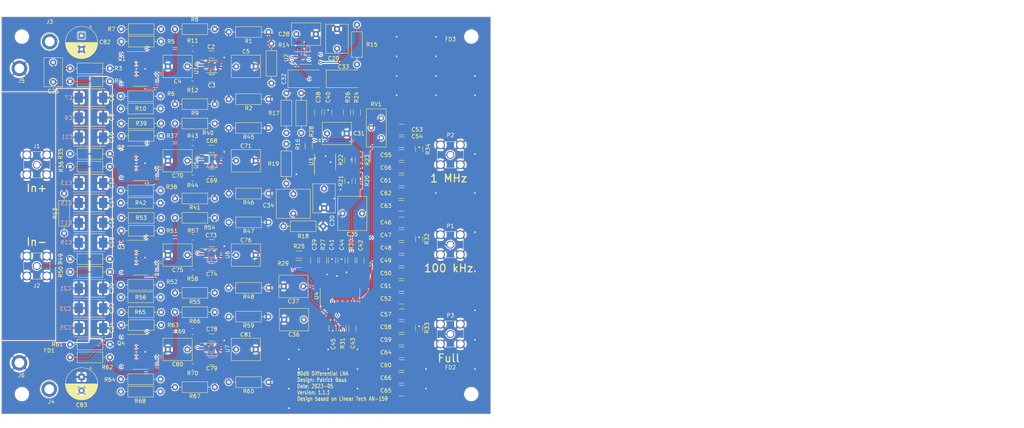
<source format=kicad_pcb>
(kicad_pcb (version 20221018) (generator pcbnew)
  (layers (0 "F.Cu" signal) (1 "In1.Cu" power) (2 "In2.Cu" power) (31 "B.Cu" signal) (34 "B.Paste" user) (35 "F.Paste" user) (36 "B.SilkS" user "B.Silkscreen") (37 "F.SilkS" user "F.Silkscreen") (38 "B.Mask" user) (39 "F.Mask" user) (44 "Edge.Cuts" user))
  (net 0 "")
  (net 1 "/Input Filter/In+")
  (net 2 "/Input Filter/In-")
  (net 3 "/Input Filter/Out+")
  (net 4 "/Input Filter/Out-")
  (net 5 "/2nd stage differential/OUT-")
  (net 6 "/2nd stage differential/OUT+")
  (net 7 "Net-(U3B-+)")
  (net 8 "Net-(U3D--)")
  (net 9 "/Preamplifier/OUT+")
  (net 10 "Net-(C2-Pad2)")
  (net 11 "Net-(C3-Pad2)")
  (net 12 "Net-(U4D--)")
  (net 13 "/Preamplifier/OUT-")
  (net 14 "Net-(C1-Pad1)")
  (net 15 "GND")
  (net 16 "/2nd stage differential/IN+")
  (net 17 "/2nd stage differential/IN-")
  (net 18 "Net-(U3D-+)")
  (net 19 "Net-(U4D-+)")
  (net 20 "Net-(U4C--)")
  (net 21 "Net-(C27-Pad1)")
  (net 22 "Net-(C32-Pad1)")
  (net 23 "Net-(C33-Pad1)")
  (net 24 "Net-(U4B--)")
  (net 25 "Net-(U4C-+)")
  (net 26 "Net-(C34-Pad2)")
  (net 27 "Net-(U4B-+)")
  (net 28 "Net-(U4A--)")
  (net 29 "/Preamplifier 4/OUT+")
  (net 30 "/Preamplifier 4/OUT-")
  (net 31 "Net-(Q1B-C)")
  (net 32 "Net-(Q1B-B)")
  (net 33 "Net-(Q1A-E)")
  (net 34 "Net-(C34-Pad1)")
  (net 35 "Net-(R23-Pad1)")
  (net 36 "Net-(Q1C-E)")
  (net 37 "Net-(Q1A-C)")
  (net 38 "Net-(Q1A-B)")
  (net 39 "Net-(Q2B-C)")
  (net 40 "Net-(Q2B-B)")
  (net 41 "Net-(Q2A-E)")
  (net 42 "Net-(Q2C-E)")
  (net 43 "/Output/OUT")
  (net 44 "Net-(C38-Pad2)")
  (net 45 "Net-(C39-Pad2)")
  (net 46 "Net-(C42-Pad2)")
  (net 47 "Net-(C43-Pad2)")
  (net 48 "Net-(Q2A-C)")
  (net 49 "Net-(Q2A-B)")
  (net 50 "/Output/OUT_100kHz")
  (net 51 "/Output/OUT_1MHz")
  (net 52 "Net-(Q3B-C)")
  (net 53 "Net-(Q3B-B)")
  (net 54 "Net-(Q3A-E)")
  (net 55 "Net-(C67-Pad1)")
  (net 56 "/Preamplifier 2/OUT+")
  (net 57 "Net-(C68-Pad2)")
  (net 58 "Net-(C69-Pad2)")
  (net 59 "/Preamplifier 2/OUT-")
  (net 60 "Net-(Q3C-E)")
  (net 61 "Net-(Q3A-C)")
  (net 62 "Net-(Q3A-B)")
  (net 63 "Net-(Q4B-C)")
  (net 64 "Net-(Q4B-B)")
  (net 65 "Net-(Q4A-E)")
  (net 66 "Net-(Q4C-E)")
  (net 67 "Net-(C72-Pad1)")
  (net 68 "/Preamplifier 3/OUT+")
  (net 69 "Net-(C73-Pad2)")
  (net 70 "Net-(C74-Pad2)")
  (net 71 "/Preamplifier 3/OUT-")
  (net 72 "Net-(Q4A-C)")
  (net 73 "Net-(Q4A-B)")
  (net 74 "Net-(U3A-+)")
  (net 75 "Net-(U3A--)")
  (net 76 "/Differential to single ended/OUT")
  (net 77 "Net-(U3C--)")
  (net 78 "/Final amplifier stage/OUT")
  (net 79 "Net-(C77-Pad1)")
  (net 80 "Net-(C78-Pad2)")
  (net 81 "Net-(C79-Pad2)")
  (net 89 "GNDPWR")
  (net 90 "/2nd stage differential/V+")
  (net 91 "/2nd stage differential/V-")
  (footprint "Potentiometer_THT:Potentiometer_Bourns_3296Y_Vertical" (layer "F.Cu") (at 117.028 75.988 -90)
    (fp_text reference "RV1")
    (fp_text value "1k")
  )
  (footprint "Package_SO:SOIC-14_3.9x8.7mm_P1.27mm" (layer "F.Cu") (at 55.56 82.465)
    (fp_text reference "Q2")
    (fp_text value "THAT300")
  )
  (footprint "TestPoint:TestPoint_Loop_D3.80mm_Drill2.5mm" (layer "F.Cu") (at 32.319 51.35)
    (fp_text reference "J3")
    (fp_text value "CONN_01X01")
  )
  (footprint "MountingHole:MountingHole_3.2mm_M3_DIN965" (layer "F.Cu") (at 140.015 141.52)
    (fp_text reference "H3" hide)
    (fp_text value "MountingHole")
  )
  (footprint "Resistor_THT:R_Axial_DIN0207_L6.3mm_D2.5mm_P10.16mm_Horizontal" (layer "F.Cu") (at 92.009 98.594)
    (fp_text reference "R18")
    (fp_text value "1k")
  )
  (footprint "Capacitor_Tantalum_SMD:CP_EIA-7343-31_Kemet-D" (layer "F.Cu") (at 97.597 60.875)
    (fp_text reference "C32")
    (fp_text value "330u")
  )
  (footprint "Capacitor_Tantalum_SMD:CP_EIA-7343-31_Kemet-D" (layer "F.Cu") (at 107.376 60.875)
    (fp_text reference "C33")
    (fp_text value "330u")
  )
  (footprint "MountingHole:MountingHole_3.2mm_M3_DIN965" (layer "F.Cu") (at 25.207 141.52)
    (fp_text reference "H4" hide)
    (fp_text value "MountingHole")
  )
  (footprint "Capacitor_Tantalum_SMD:CP_EIA-7343-43_Kemet-X" (layer "F.Cu") (at 42.86 65.701)
    (fp_text reference "C6")
    (fp_text value "150u")
  )
  (footprint "Capacitor_Tantalum_SMD:CP_EIA-7343-43_Kemet-X" (layer "F.Cu") (at 42.86 70.781)
    (fp_text reference "C8")
    (fp_text value "150u")
  )
  (footprint "Capacitor_Tantalum_SMD:CP_EIA-7343-43_Kemet-X" (layer "F.Cu") (at 42.86 75.861)
    (fp_text reference "C10")
    (fp_text value "150u")
  )
  (footprint "Capacitor_Tantalum_SMD:CP_EIA-7343-43_Kemet-X" (layer "F.Cu") (at 42.86 87.545)
    (fp_text reference "C12")
    (fp_text value "150u")
  )
  (footprint "Capacitor_Tantalum_SMD:CP_EIA-7343-43_Kemet-X" (layer "F.Cu") (at 42.86 92.625)
    (fp_text reference "C14")
    (fp_text value "150u")
  )
  (footprint "Capacitor_Tantalum_SMD:CP_EIA-7343-43_Kemet-X" (layer "F.Cu") (at 42.86 97.705)
    (fp_text reference "C16")
    (fp_text value "150u")
  )
  (footprint "Capacitor_Tantalum_SMD:CP_EIA-7343-43_Kemet-X" (layer "F.Cu") (at 42.86 102.785)
    (fp_text reference "C18")
    (fp_text value "150u")
  )
  (footprint "Capacitor_Tantalum_SMD:CP_EIA-7343-43_Kemet-X" (layer "F.Cu") (at 42.86 114.469)
    (fp_text reference "C20")
    (fp_text value "150u")
  )
  (footprint "Capacitor_Tantalum_SMD:CP_EIA-7343-43_Kemet-X" (layer "F.Cu") (at 42.86 119.549)
    (fp_text reference "C22")
    (fp_text value "150u")
  )
  (footprint "Capacitor_Tantalum_SMD:CP_EIA-7343-43_Kemet-X" (layer "F.Cu") (at 42.86 124.629)
    (fp_text reference "C24")
    (fp_text value "150u")
  )
  (footprint "Connector_Coaxial:SMA_Amphenol_901-144_Vertical" (layer "F.Cu") (at 134.681 80.306)
    (fp_text reference "P2")
    (fp_text value "SMA")
  )
  (footprint "Connector_Coaxial:SMA_Amphenol_901-144_Vertical" (layer "F.Cu") (at 29.017 82.846)
    (fp_text reference "J1")
    (fp_text value "SMA")
  )
  (footprint "Connector_Coaxial:SMA_Amphenol_901-144_Vertical" (layer "F.Cu") (at 29.017 108.754)
    (fp_text reference "J2")
    (fp_text value "SMA")
  )
  (footprint "TestPoint:TestPoint_Loop_D3.80mm_Drill2.5mm" (layer "F.Cu") (at 32.192 140.25)
    (fp_text reference "J4")
    (fp_text value "CONN_01X01")
  )
  (footprint "TestPoint:TestPoint_Loop_D3.80mm_Drill2.5mm" (layer "F.Cu") (at 24.572 58.208)
    (fp_text reference "J5")
    (fp_text value "CONN_01X01")
  )
  (footprint "TestPoint:TestPoint_Loop_D3.80mm_Drill2.5mm" (layer "F.Cu") (at 24.572 133.519)
    (fp_text reference "J6")
    (fp_text value "CONN_01X01")
  )
  (footprint "Connector_Coaxial:SMA_Amphenol_901-144_Vertical" (layer "F.Cu") (at 134.681 103.293)
    (fp_text reference "P1")
    (fp_text value "SMA")
  )
  (footprint "Connector_Coaxial:SMA_Amphenol_901-144_Vertical" (layer "F.Cu") (at 134.681 126.153)
    (fp_text reference "P3")
    (fp_text value "SMA")
  )
  (footprint "Resistor_SMD:R_1206_3216Metric" (layer "F.Cu") (at 96.02 108.246)
    (fp_text reference "R29")
    (fp_text value "4.02k")
  )
  (footprint "Resistor_SMD:R_1206_3216Metric" (layer "F.Cu") (at 102.169 107.3316 90)
    (fp_text reference "R27")
    (fp_text value "1.24k")
  )
  (footprint "Capacitor_SMD:C_1206_3216Metric" (layer "F.Cu") (at 109.662 124.7306 -90)
    (fp_text reference "C43")
    (fp_text value "1.5n")
  )
  (footprint "Fiducial:Fiducial_1mm_Mask2mm" (layer "F.Cu") (at 32.192 132.376)
    (fp_text reference "FD1")
    (fp_text value "FIDUCIAL")
  )
  (footprint "Fiducial:Fiducial_1mm_Mask2mm" (layer "F.Cu") (at 134.681 136.694)
    (fp_text reference "FD2")
    (fp_text value "FIDUCIAL")
  )
  (footprint "Fiducial:Fiducial_1mm_Mask2mm" (layer "F.Cu") (at 134.681 52.747)
    (fp_text reference "FD3")
    (fp_text value "FIDUCIAL")
  )
  (footprint "Package_SO:SOIC-14_3.9x8.7mm_P1.27mm" (layer "F.Cu") (at 55.56 58.335)
    (fp_text reference "Q1")
    (fp_text value "THAT300")
  )
  (footprint "Package_SO:SOIC-14_3.9x8.7mm_P1.27mm" (layer "F.Cu") (at 55.56 106.595)
    (fp_text reference "Q3")
    (fp_text value "THAT300")
  )
  (footprint "Package_SO:SOIC-14_3.9x8.7mm_P1.27mm" (layer "F.Cu") (at 55.56 130.725)
    (fp_text reference "Q4")
    (fp_text value "THAT300")
  )
  (footprint "Capacitor_THT:C_Rect_L7.2mm_W5.5mm_P5.00mm_FKS2_FKP2_MKS2_MKP2" (layer "F.Cu") (at 97.216 122.47 180)
    (fp_text reference "C36")
    (fp_text value "1u")
  )
  (footprint "Capacitor_THT:C_Rect_L7.2mm_W5.5mm_P5.00mm_FKS2_FKP2_MKS2_MKP2" (layer "F.Cu") (at 97.089 113.961 180)
    (fp_text reference "C37")
    (fp_text value "1u")
  )
  (footprint "Capacitor_SMD:C_1206_3216Metric" (layer "F.Cu") (at 73.697 54.652 180)
    (fp_text reference "C2")
    (fp_text value "33p")
  )
  (footprint "Capacitor_SMD:C_1206_3216Metric" (layer "F.Cu") (at 73.697 60.748 180)
    (fp_text reference "C3")
    (fp_text value "33p")
  )
  (footprint "Capacitor_THT:C_Rect_L7.2mm_W5.5mm_P5.00mm_FKS2_FKP2_MKS2_MKP2" (layer "F.Cu") (at 67.498 57.7 180)
    (fp_text reference "C4")
    (fp_text value "1u")
  )
  (footprint "Capacitor_THT:C_Rect_L7.2mm_W5.5mm_P5.00mm_FKS2_FKP2_MKS2_MKP2" (layer "F.Cu") (at 79.944 57.7)
    (fp_text reference "C5")
    (fp_text value "1u")
  )
  (footprint "Capacitor_THT:C_Rect_L7.2mm_W4.5mm_P5.00mm_FKS2_FKP2_MKS2_MKP2" (layer "F.Cu") (at 33.208 56.684 -90)
    (fp_text reference "C26")
    (fp_text value "2.2n")
  )
  (footprint "Capacitor_THT:C_Rect_L7.2mm_W5.5mm_P5.00mm_FKS2_FKP2_MKS2_MKP2" (layer "F.Cu") (at 95.311 49.445)
    (fp_text reference "C28")
    (fp_text value "1u")
  )
  (footprint "Capacitor_THT:C_Rect_L7.2mm_W5.5mm_P5.00mm_FKS2_FKP2_MKS2_MKP2" (layer "F.Cu") (at 105.725 53.128 90)
    (fp_text reference "C29")
    (fp_text value "1u")
  )
  (footprint "Capacitor_THT:C_Rect_L7.2mm_W5.5mm_P5.00mm_FKS2_FKP2_MKS2_MKP2" (layer "F.Cu") (at 102.423 88.942 -90)
    (fp_text reference "C30")
    (fp_text value "1u")
  )
  (footprint "Capacitor_THT:C_Rect_L7.2mm_W5.5mm_P5.00mm_FKS2_FKP2_MKS2_MKP2" (layer "F.Cu") (at 103.185 74.845)
    (fp_text reference "C31")
    (fp_text value "1u")
  )
  (footprint "Capacitor_THT:C_Rect_L7.2mm_W8.5mm_P5.00mm_FKP2_FKP2_MKS2_MKP2" (layer "F.Cu") (at 94.549 95.339 90)
    (fp_text reference "C34")
    (fp_text value "4.7u")
  )
  (footprint "Capacitor_THT:C_Rect_L7.2mm_W8.5mm_P5.00mm_FKP2_FKP2_MKS2_MKP2" (layer "F.Cu") (at 112.122 95.292 180)
    (fp_text reference "C35")
    (fp_text value "4.7u")
  )
  (footprint "Capacitor_SMD:C_1206_3216Metric" (layer "F.Cu") (at 100.899 69.408 90)
    (fp_text reference "C38")
    (fp_text value "120p")
  )
  (footprint "Capacitor_SMD:C_1206_3216Metric" (layer "F.Cu") (at 99.883 107.333 90)
    (fp_text reference "C39")
    (fp_text value "1.2n")
  )
  (footprint "Capacitor_SMD:C_1206_3216Metric" (layer "F.Cu") (at 103.439 69.408 90)
    (fp_text reference "C40")
    (fp_text value "100p")
  )
  (footprint "Capacitor_SMD:C_1206_3216Metric" (layer "F.Cu") (at 104.455 107.333 90)
    (fp_text reference "C41")
    (fp_text value "1n")
  )
  (footprint "Capacitor_SMD:C_1206_3216Metric" (layer "F.Cu") (at 111.694 107.333 90)
    (fp_text reference "C42")
    (fp_text value "150p")
  )
  (footprint "Capacitor_SMD:C_1206_3216Metric" (layer "F.Cu") (at 106.868 107.333 90)
    (fp_text reference "C44")
    (fp_text value "22p")
  )
  (footprint "Capacitor_SMD:C_1206_3216Metric" (layer "F.Cu") (at 104.582 124.732 -90)
    (fp_text reference "C45")
    (fp_text value "220p")
  )
  (footprint "Capacitor_SMD:C_1210_3225Metric" (layer "F.Cu") (at 122.195 97.608 180)
    (fp_text reference "C46")
    (fp_text value "100u")
  )
  (footprint "Capacitor_SMD:C_1210_3225Metric" (layer "F.Cu") (at 122.195 100.858 180)
    (fp_text reference "C47")
    (fp_text value "100u")
  )
  (footprint "Capacitor_SMD:C_1210_3225Metric" (layer "F.Cu") (at 122.195 104.108 180)
    (fp_text reference "C48")
    (fp_text value "100u")
  )
  (footprint "Capacitor_SMD:C_1210_3225Metric" (layer "F.Cu") (at 122.22 107.358 180)
    (fp_text reference "C49")
    (fp_text value "100u")
  )
  (footprint "Capacitor_SMD:C_1210_3225Metric" (layer "F.Cu") (at 122.195 110.608 180)
    (fp_text reference "C50")
    (fp_text value "100u")
  )
  (footprint "Capacitor_SMD:C_1210_3225Metric" (layer "F.Cu") (at 122.195 113.858 180)
    (fp_text reference "C51")
    (fp_text value "100u")
  )
  (footprint "Capacitor_SMD:C_1210_3225Metric" (layer "F.Cu") (at 122.195 117.108 180)
    (fp_text reference "C52")
    (fp_text value "100u")
  )
  (footprint "Capacitor_SMD:C_1210_3225Metric" (layer "F.Cu") (at 122.195 73.858 180)
    (fp_text reference "C53")
    (fp_text value "100u")
  )
  (footprint "Capacitor_SMD:C_1210_3225Metric" (layer "F.Cu") (at 122.195 77.108 180)
    (fp_text reference "C54")
    (fp_text value "100u")
  )
  (footprint "Capacitor_SMD:C_1210_3225Metric" (layer "F.Cu") (at 122.195 80.358 180)
    (fp_text reference "C55")
    (fp_text value "100u")
  )
  (footprint "Capacitor_SMD:C_1210_3225Metric" (layer "F.Cu") (at 122.195 83.608 180)
    (fp_text reference "C56")
    (fp_text value "100u")
  )
  (footprint "Capacitor_SMD:C_1210_3225Metric" (layer "F.Cu") (at 122.195 121.108 180)
    (fp_text reference "C57")
    (fp_text value "100u")
  )
  (footprint "Capacitor_SMD:C_1210_3225Metric" (layer "F.Cu") (at 122.195 124.358 180)
    (fp_text reference "C58")
    (fp_text value "100u")
  )
  (footprint "Capacitor_SMD:C_1210_3225Metric" (layer "F.Cu") (at 122.195 127.608 180)
    (fp_text reference "C59")
    (fp_text value "100u")
  )
  (footprint "Capacitor_SMD:C_1210_3225Metric" (layer "F.Cu") (at 122.195 134.108 180)
    (fp_text reference "C60")
    (fp_text value "100u")
  )
  (footprint "Capacitor_SMD:C_1210_3225Metric" (layer "F.Cu") (at 122.195 86.858 180)
    (fp_text reference "C61")
    (fp_text value "100u")
  )
  (footprint "Capacitor_SMD:C_1210_3225Metric" (layer "F.Cu") (at 122.195 90.108 180)
    (fp_text reference "C62")
    (fp_text value "100u")
  )
  (footprint "Capacitor_SMD:C_1210_3225Metric" (layer "F.Cu") (at 122.195 93.358 180)
    (fp_text reference "C63")
    (fp_text value "100u")
  )
  (footprint "Capacitor_SMD:C_1210_3225Metric" (layer "F.Cu") (at 122.195 130.858 180)
    (fp_text reference "C64")
    (fp_text value "100u")
  )
  (footprint "Capacitor_SMD:C_1210_3225Metric" (layer "F.Cu") (at 122.195 140.608 180)
    (fp_text reference "C65")
    (fp_text value "100u")
  )
  (footprint "Capacitor_SMD:C_1210_3225Metric" (layer "F.Cu") (at 122.195 137.358 180)
    (fp_text reference "C66")
    (fp_text value "100u")
  )
  (footprint "Capacitor_SMD:C_1206_3216Metric" (layer "F.Cu") (at 73.697 78.782 180)
    (fp_text reference "C68")
    (fp_text value "33p")
  )
  (footprint "Capacitor_SMD:C_1206_3216Metric" (layer "F.Cu") (at 73.697 84.878 180)
    (fp_text reference "C69")
    (fp_text value "33p")
  )
  (footprint "Capacitor_THT:C_Rect_L7.2mm_W5.5mm_P5.00mm_FKS2_FKP2_MKS2_MKP2" (layer "F.Cu") (at 67.498 81.83 180)
    (fp_text reference "C70")
    (fp_text value "1u")
  )
  (footprint "Capacitor_THT:C_Rect_L7.2mm_W5.5mm_P5.00mm_FKS2_FKP2_MKS2_MKP2" (layer "F.Cu") (at 79.944 81.83)
    (fp_text reference "C71")
    (fp_text value "1u")
  )
  (footprint "Capacitor_SMD:C_1206_3216Metric" (layer "F.Cu") (at 73.697 102.912 180)
    (fp_text reference "C73")
    (fp_text value "33p")
  )
  (footprint "Capacitor_SMD:C_1206_3216Metric" (layer "F.Cu") (at 73.697 109.008 180)
    (fp_text reference "C74")
    (fp_text value "33p")
  )
  (footprint "Capacitor_THT:C_Rect_L7.2mm_W5.5mm_P5.00mm_FKS2_FKP2_MKS2_MKP2" (layer "F.Cu") (at 67.498 105.96 180)
    (fp_text reference "C75")
    (fp_text value "1u")
  )
  (footprint "Capacitor_THT:C_Rect_L7.2mm_W5.5mm_P5.00mm_FKS2_FKP2_MKS2_MKP2" (layer "F.Cu") (at 79.944 105.96)
    (fp_text reference "C76")
    (fp_text value "1u")
  )
  (footprint "Capacitor_SMD:C_1206_3216Metric" (layer "F.Cu") (at 73.697 127.042 180)
    (fp_text reference "C78")
    (fp_text value "33p")
  )
  (footprint "Capacitor_SMD:C_1206_3216Metric" (layer "F.Cu") (at 73.697 133.138 180)
    (fp_text reference "C79")
    (fp_text value "33p")
  )
  (footprint "Capacitor_THT:C_Rect_L7.2mm_W5.5mm_P5.00mm_FKS2_FKP2_MKS2_MKP2" (layer "F.Cu") (at 67.498 130.09 180)
    (fp_text reference "C80")
    (fp_text value "1u")
  )
  (footprint "Capacitor_THT:C_Rect_L7.2mm_W5.5mm_P5.00mm_FKS2_FKP2_MKS2_MKP2" (layer "F.Cu") (at 79.944 130.09)
    (fp_text reference "C81")
    (fp_text value "1u")
  )
  (footprint "Capacitor_THT:CP_Radial_D8.0mm_P3.50mm" (layer "F.Cu") (at 40.447 49.826 -90)
    (fp_text reference "C82")
    (fp_text value "180u")
  )
  (footprint "Capacitor_THT:CP_Radial_D8.0mm_P3.50mm" (layer "F.Cu") (at 40.447 137.131 -90)
    (fp_text reference "C83")
    (fp_text value "180u")
  )
  (footprint "Resistor_THT:R_Axial_DIN0207_L6.3mm_D2.5mm_P10.16mm_Horizontal" (layer "F.Cu") (at 88.199 48.908 180)
    (fp_text reference "R1")
    (fp_text value "100")
  )
  (footprint "Resistor_THT:R_Axial_DIN0207_L6.3mm_D2.5mm_P10.16mm_Horizontal" (layer "F.Cu") (at 88.199 66.082 180)
    (fp_text reference "R2")
    (fp_text value "100")
  )
  (footprint "Resistor_THT:R_Axial_DIN0207_L6.3mm_D2.5mm_P10.16mm_Horizontal" (layer "F.Cu") (at 47.686 58.208 180)
    (fp_text reference "R3")
    (fp_text value "49.9")
  )
  (footprint "Resistor_THT:R_Axial_DIN0207_L6.3mm_D2.5mm_P10.16mm_Horizontal" (layer "F.Cu") (at 47.686 61.51 180)
    (fp_text reference "R4")
    (fp_text value "49.9")
  )
  (footprint "Resistor_THT:R_Axial_DIN0207_L6.3mm_D2.5mm_P10.16mm_Horizontal" (layer "F.Cu") (at 60.767 51.35 180)
    (fp_text reference "R5")
    (fp_text value "4.02k")
  )
  (footprint "Resistor_THT:R_Axial_DIN0207_L6.3mm_D2.5mm_P10.16mm_Horizontal" (layer "F.Cu") (at 50.48 65.32)
    (fp_text reference "R6")
    (fp_text value "4.02k")
  )
  (footprint "Resistor_THT:R_Axial_DIN0207_L6.3mm_D2.5mm_P10.16mm_Horizontal" (layer "F.Cu") (at 60.767 48.175 180)
    (fp_text reference "R7")
    (fp_text value "4.02k")
  )
  (footprint "Resistor_THT:R_Axial_DIN0207_L6.3mm_D2.5mm_P10.16mm_Horizontal" (layer "F.Cu") (at 74.483 48.175 180)
    (fp_text reference "R8")
    (fp_text value "1.3k")
  )
  (footprint "Resistor_THT:R_Axial_DIN0207_L6.3mm_D2.5mm_P10.16mm_Horizontal" (layer "F.Cu") (at 74.483 67.352 180)
    (fp_text reference "R9")
    (fp_text value "1.3k")
  )
  (footprint "Resistor_THT:R_Axial_DIN0207_L6.3mm_D2.5mm_P10.16mm_Horizontal" (layer "F.Cu") (at 50.48 68.495)
    (fp_text reference "R10")
    (fp_text value "4.02k")
  )
  (footprint "Resistor_SMD:R_0805_2012Metric" (layer "F.Cu") (at 68.829 53.128 180)
    (fp_text reference "R11")
    (fp_text value "1k")
  )
  (footprint "Resistor_SMD:R_0805_2012Metric" (layer "F.Cu") (at 68.829 62.145 180)
    (fp_text reference "R12")
    (fp_text value "1k")
  )
  (footprint "Resistor_THT:R_Axial_DIN0207_L6.3mm_D2.5mm_P10.16mm_Horizontal" (layer "F.Cu") (at 36.002 100.372 90)
    (fp_text reference "R13")
    (fp_text value "1k")
  )
  (footprint "Resistor_THT:R_Axial_DIN0207_L6.3mm_D2.5mm_P10.16mm_Horizontal" (layer "F.Cu") (at 88.961 62.018 90)
    (fp_text reference "R14")
    (fp_text value "249")
  )
  (footprint "Resistor_THT:R_Axial_DIN0207_L6.3mm_D2.5mm_P10.16mm_Horizontal" (layer "F.Cu") (at 110.805 47.032 -90)
    (fp_text reference "R15")
    (fp_text value "249")
  )
  (footprint "Resistor_THT:R_Axial_DIN0207_L6.3mm_D2.5mm_P10.16mm_Horizontal" (layer "F.Cu") (at 96.581 74.718 90)
    (fp_text reference "R16")
    (fp_text value "475")
  )
  (footprint "Resistor_THT:R_Axial_DIN0207_L6.3mm_D2.5mm_P10.16mm_Horizontal" (layer "F.Cu") (at 92.771 74.718 90)
    (fp_text reference "R17")
    (fp_text value "475")
  )
  (footprint "Resistor_THT:R_Axial_DIN0207_L6.3mm_D2.5mm_P10.16mm_Horizontal" (layer "F.Cu") (at 92.771 87.672 90)
    (fp_text reference "R19")
    (fp_text value "1k")
  )
  (footprint "Resistor_SMD:R_1206_3216Metric" (layer "F.Cu") (at 111.313 86.984 90)
    (fp_text reference "R20")
    (fp_text value "2k")
  )
  (footprint "Resistor_SMD:R_1206_3216Metric" (layer "F.Cu") (at 108.646 86.984 -90)
    (fp_text reference "R21")
    (fp_text value "5.76k")
  )
  (footprint "Resistor_SMD:R_1206_3216Metric" (layer "F.Cu") (at 108.646 81.65 -90)
    (fp_text reference "R22")
    (fp_text value "100")
  )
  (footprint "Resistor_SMD:R_1206_3216Metric" (layer "F.Cu") (at 111.313 81.65 90)
    (fp_text reference "R23")
    (fp_text value "1.5k")
  )
  (footprint "Resistor_SMD:R_1206_3216Metric" (layer "F.Cu") (at 110.805 69.458 -90)
    (fp_text reference "R24")
    (fp_text value "1.69k")
  )
  (footprint "Resistor_SMD:R_1206_3216Metric" (layer "F.Cu") (at 96.02 105.833 180)
    (fp_text reference "R25")
    (fp_text value "1.69k")
  )
  (footprint "Resistor_SMD:R_1206_3216Metric" (layer "F.Cu") (at 108.265 69.458 90)
    (fp_text reference "R26")
    (fp_text value "1.24k")
  )
  (footprint "Resistor_SMD:R_1206_3216Metric" (layer "F.Cu") (at 98.486 78.094 -90)
    (fp_text reference "R28")
    (fp_text value "4.02k")
  )
  (footprint "Resistor_SMD:R_1206_3216Metric" (layer "F.Cu") (at 109.408 107.3316 90)
    (fp_text reference "R30")
    (fp_text value "2.15k")
  )
  (footprint "Resistor_SMD:R_1206_3216Metric" (layer "F.Cu") (at 107.122 124.7306 -90)
    (fp_text reference "R31")
    (fp_text value "2.15k")
  )
  (footprint "Resistor_SMD:R_1206_3216Metric" (layer "F.Cu") (at 126.695 101.858 -90)
    (fp_text reference "R32")
    (fp_text value "49.9")
  )
  (footprint "Resistor_SMD:R_1206_3216Metric" (layer "F.Cu") (at 126.695 124.608 -90)
    (fp_text reference "R33")
    (fp_text value "49.9")
  )
  (footprint "Resistor_SMD:R_1206_3216Metric" (layer "F.Cu") (at 126.695 78.858 -90)
    (fp_text reference "R34")
    (fp_text value "49.9")
  )
  (footprint "Resistor_THT:R_Axial_DIN0207_L6.3mm_D2.5mm_P10.16mm_Horizontal" (layer "F.Cu") (at 47.686 80.052 180)
    (fp_text reference "R35")
    (fp_text value "49.9")
  )
  (footprint "Resistor_THT:R_Axial_DIN0207_L6.3mm_D2.5mm_P10.16mm_Horizontal" (layer "F.Cu") (at 47.686 83.354 180)
    (fp_text reference "R36")
    (fp_text value "49.9")
  )
  (footprint "Resistor_THT:R_Axial_DIN0207_L6.3mm_D2.5mm_P10.16mm_Horizontal" (layer "F.Cu") (at 60.767 75.48 180)
    (fp_text reference "R37")
    (fp_text value "4.02k")
  )
  (footprint "Resistor_THT:R_Axial_DIN0207_L6.3mm_D2.5mm_P10.16mm_Horizontal" (layer "F.Cu") (at 50.48 89.45)
    (fp_text reference "R38")
    (fp_text value "4.02k")
  )
  (footprint "Resistor_THT:R_Axial_DIN0207_L6.3mm_D2.5mm_P10.16mm_Horizontal" (layer "F.Cu") (at 60.767 72.305 180)
    (fp_text reference "R39")
    (fp_text value "4.02k")
  )
  (footprint "Resistor_THT:R_Axial_DIN0207_L6.3mm_D2.5mm_P10.16mm_Horizontal" (layer "F.Cu") (at 74.483 72.305 180)
    (fp_text reference "R40")
    (fp_text value "1.3k")
  )
  (footprint "Resistor_THT:R_Axial_DIN0207_L6.3mm_D2.5mm_P10.16mm_Horizontal" (layer "F.Cu") (at 74.483 91.482 180)
    (fp_text reference "R41")
    (fp_text value "1.3k")
  )
  (footprint "Resistor_THT:R_Axial_DIN0207_L6.3mm_D2.5mm_P10.16mm_Horizontal" (layer "F.Cu") (at 50.48 92.625)
    (fp_text reference "R42")
    (fp_text value "4.02k")
  )
  (footprint "Resistor_SMD:R_0805_2012Metric" (layer "F.Cu") (at 68.829 77.258 180)
    (fp_text reference "R43")
    (fp_text value "1k")
  )
  (footprint "Resistor_SMD:R_0805_2012Metric" (layer "F.Cu") (at 68.829 86.275 180)
    (fp_text reference "R44")
    (fp_text value "1k")
  )
  (footprint "Resistor_THT:R_Axial_DIN0207_L6.3mm_D2.5mm_P10.16mm_Horizontal" (layer "F.Cu") (at 88.199 73.448 180)
    (fp_text reference "R45")
    (fp_text value "100")
  )
  (footprint "Resistor_THT:R_Axial_DIN0207_L6.3mm_D2.5mm_P10.16mm_Horizontal" (layer "F.Cu") (at 88.199 90.212 180)
    (fp_text reference "R46")
    (fp_text value "100")
  )
  (footprint "Resistor_THT:R_Axial_DIN0207_L6.3mm_D2.5mm_P10.16mm_Horizontal" (layer "F.Cu") (at 88.199 97.578 180)
    (fp_text reference "R47")
    (fp_text value "100")
  )
  (footprint "Resistor_THT:R_Axial_DIN0207_L6.3mm_D2.5mm_P10.16mm_Horizontal" (layer "F.Cu") (at 88.199 114.342 180)
    (fp_text reference "R48")
    (fp_text value "100")
  )
  (footprint "Resistor_THT:R_Axial_DIN0207_L6.3mm_D2.5mm_P10.16mm_Horizontal" (layer "F.Cu") (at 47.686 106.976 180)
    (fp_text reference "R49")
    (fp_text value "49.9")
  )
  (footprint "Resistor_THT:R_Axial_DIN0207_L6.3mm_D2.5mm_P10.16mm_Horizontal" (layer "F.Cu") (at 47.686 110.278 180)
    (fp_text reference "R50")
    (fp_text value "49.9")
  )
  (footprint "Resistor_THT:R_Axial_DIN0207_L6.3mm_D2.5mm_P10.16mm_Horizontal" (layer "F.Cu") (at 60.767 99.737 180)
    (fp_text reference "R51")
    (fp_text value "4.02k")
  )
  (footprint "Resistor_THT:R_Axial_DIN0207_L6.3mm_D2.5mm_P10.16mm_Horizontal" (layer "F.Cu") (at 50.48 113.58)
    (fp_text reference "R52")
    (fp_text value "4.02k")
  )
  (footprint "Resistor_THT:R_Axial_DIN0207_L6.3mm_D2.5mm_P10.16mm_Horizontal" (layer "F.Cu") (at 60.767 96.435 180)
    (fp_text reference "R53")
    (fp_text value "4.02k")
  )
  (footprint "Resistor_THT:R_Axial_DIN0207_L6.3mm_D2.5mm_P10.16mm_Horizontal" (layer "F.Cu") (at 74.483 96.435 180)
    (fp_text reference "R54")
    (fp_text value "1.3k")
  )
  (footprint "Resistor_THT:R_Axial_DIN0207_L6.3mm_D2.5mm_P10.16mm_Horizontal" (layer "F.Cu") (at 74.483 115.612 180)
    (fp_text reference "R55")
    (fp_text value "1.3k")
  )
  (footprint "Resistor_THT:R_Axial_DIN0207_L6.3mm_D2.5mm_P10.16mm_Horizontal" (layer "F.Cu") (at 50.48 116.755)
    (fp_text reference "R56")
    (fp_text value "4.02k")
  )
  (footprint "Resistor_SMD:R_0805_2012Metric" (layer "F.Cu") (at 68.829 101.388 180)
    (fp_text reference "R57")
    (fp_text value "1k")
  )
  (footprint "Resistor_SMD:R_0805_2012Metric" (layer "F.Cu") (at 68.829 110.405 180)
    (fp_text reference "R58")
    (fp_text value "1k")
  )
  (footprint "Resistor_THT:R_Axial_DIN0207_L6.3mm_D2.5mm_P10.16mm_Horizontal" (layer "F.Cu") (at 88.199 121.708 180)
    (fp_text reference "R59")
    (fp_text value "100")
  )
  (footprint "Resistor_THT:R_Axial_DIN0207_L6.3mm_D2.5mm_P10.16mm_Horizontal" (layer "F.Cu") (at 88.199 138.472 180)
    (fp_text reference "R60")
    (fp_text value "100")
  )
  (footprint "Resistor_THT:R_Axial_DIN0207_L6.3mm_D2.5mm_P10.16mm_Horizontal" (layer "F.Cu") (at 47.686 128.82 180)
    (fp_text reference "R61")
    (fp_text value "49.9")
  )
  (footprint "Resistor_THT:R_Axial_DIN0207_L6.3mm_D2.5mm_P10.16mm_Horizontal" (layer "F.Cu") (at 47.686 132.122 180)
    (fp_text reference "R62")
    (fp_text value "49.9")
  )
  (footprint "Resistor_THT:R_Axial_DIN0207_L6.3mm_D2.5mm_P10.16mm_Horizontal" (layer "F.Cu") (at 60.767 123.867 180)
    (fp_text reference "R63")
    (fp_text value "4.02k")
  )
  (footprint "Resistor_THT:R_Axial_DIN0207_L6.3mm_D2.5mm_P10.16mm_Horizontal" (layer "F.Cu") (at 50.48 137.71)
    (fp_text reference "R64")
    (fp_text value "4.02k")
  )
  (footprint "Resistor_THT:R_Axial_DIN0207_L6.3mm_D2.5mm_P10.16mm_Horizontal" (layer "F.Cu") (at 60.767 120.565 180)
    (fp_text reference "R65")
    (fp_text value "4.02k")
  )
  (footprint "Resistor_THT:R_Axial_DIN0207_L6.3mm_D2.5mm_P10.16mm_Horizontal" (layer "F.Cu") (at 74.483 120.565 180)
    (fp_text reference "R66")
    (fp_text value "1.3k")
  )
  (footprint "Resistor_THT:R_Axial_DIN0207_L6.3mm_D2.5mm_P10.16mm_Horizontal" (layer "F.Cu") (at 74.483 139.742 180)
    (fp_text reference "R67")
    (fp_text value "1.3k")
  )
  (footprint "Resistor_THT:R_Axial_DIN0207_L6.3mm_D2.5mm_P10.16mm_Horizontal" (layer "F.Cu") (at 50.48 140.885)
    (fp_text reference "R68")
    (fp_text value "4.02k")
  )
  (footprint "Resistor_SMD:R_0805_2012Metric" (layer "F.Cu") (at 68.829 125.518 180)
    (fp_text reference "R69")
    (fp_text value "1k")
  )
  (footprint "Resistor_SMD:R_0805_2012Metric" (layer "F.Cu") (at 68.829 134.535 180)
    (fp_text reference "R70")
    (fp_text value "1k")
  )
  (footprint "Package_SO:MSOP-8_3x3mm_P0.65mm" (layer "F.Cu") (at 73.721 57.7)
    (fp_text reference "U1")
    (fp_text value "LT1994")
  )
  (footprint "Package_SO:MSOP-8_3x3mm_P0.65mm" (layer "F.Cu") (at 97.724 55.541)
    (fp_text reference "U2")
    (fp_text value "LT1994")
  )
  (footprint "Package_SO:SOIC-16_3.9x9.9mm_P1.27mm" (layer "F.Cu") (at 106.487 116.374 90)
    (fp_text reference "U4")
    (fp_text value "LT1365")
  )
  (footprint "Package_SO:MSOP-8_3x3mm_P0.65mm" (layer "F.Cu") (at 73.721 81.83)
    (fp_text reference "U5")
    (fp_text value "LT1994")
  )
  (footprint "Package_SO:MSOP-8_3x3mm_P0.65mm" (layer "F.Cu") (at 73.721 105.96)
    (fp_text reference "U6")
    (fp_text value "LT1994")
  )
  (footprint "Package_SO:MSOP-8_3x3mm_P0.65mm" (layer "F.Cu") (at 73.721 130.09)
    (fp_text reference "U7")
    (fp_text value "LT1994")
  )
  (footprint "MountingHole:MountingHole_3.2mm_M3_DIN965" (layer "F.Cu") (at 140.015 50.08)
    (fp_text reference "H2" hide)
    (fp_text value "MountingHole")
  )
  (footprint "MountingHole:MountingHole_3.2mm_M3_DIN965" (layer "F.Cu") (at 25.207 50.08)
    (fp_text reference "H1" hide)
    (fp_text value "MountingHole")
  )
  (footprint "Package_SO:SSOP-16_3.9x4.9mm_P0.635mm" (layer "F.Cu") (at 102.695 82.108 90)
    (fp_text reference "U3")
    (fp_text value "LT6232")
  )
  (footprint "Capacitor_Tantalum_SMD:CP_EIA-7343-43_Kemet-X" (layer "B.Cu") (at 42.86 65.701)
    (fp_text reference "C7")
    (fp_text value "150u")
  )
  (footprint "Capacitor_Tantalum_SMD:CP_EIA-7343-43_Kemet-X" (layer "B.Cu") (at 42.86 70.781)
    (fp_text reference "C9")
    (fp_text value "150u")
  )
  (footprint "Capacitor_Tantalum_SMD:CP_EIA-7343-43_Kemet-X" (layer "B.Cu") (at 42.86 75.861)
    (fp_text reference "C11")
    (fp_text value "150u")
  )
  (footprint "Capacitor_Tantalum_SMD:CP_EIA-7343-43_Kemet-X" (layer "B.Cu") (at 42.86 87.545)
    (fp_text reference "C13")
    (fp_text value "150u")
  )
  (footprint "Capacitor_Tantalum_SMD:CP_EIA-7343-43_Kemet-X" (layer "B.Cu") (at 42.86 92.625)
    (fp_text reference "C15")
    (fp_text value "150u")
  )
  (footprint "Capacitor_Tantalum_SMD:CP_EIA-7343-43_Kemet-X" (layer "B.Cu") (at 42.86 97.705)
    (fp_text reference "C17")
    (fp_text value "150u")
  )
  (footprint "Capacitor_Tantalum_SMD:CP_EIA-7343-43_Kemet-X" (layer "B.Cu") (at 42.86 102.785)
    (fp_text reference "C19")
    (fp_text value "150u")
  )
  (footprint "Capacitor_Tantalum_SMD:CP_EIA-7343-43_Kemet-X" (layer "B.Cu") (at 42.86 114.469)
    (fp_text reference "C21")
    (fp_text value "150u")
  )
  (footprint "Capacitor_Tantalum_SMD:CP_EIA-7343-43_Kemet-X" (layer "B.Cu") (at 42.86 119.549)
    (fp_text reference "C23")
    (fp_text value "150u")
  )
  (footprint "Capacitor_Tantalum_SMD:CP_EIA-7343-43_Kemet-X" (layer "B.Cu") (at 42.86 124.629)
    (fp_text reference "C25")
    (fp_text value "150u")
  )
  (footprint "Capacitor_SMD:C_1206_3216Metric" (layer "B.Cu") (at 73.824 57.319)
    (fp_text reference "C1")
    (fp_text value "1u")
  )
  (footprint "Capacitor_SMD:C_1206_3216Metric" (layer "B.Cu") (at 96.581 53.787 90)
    (fp_text reference "C27")
    (fp_text value "1u")
  )
  (footprint "Capacitor_SMD:C_1206_3216Metric" (layer "B.Cu") (at 73.824 81.449)
    (fp_text reference "C67")
    (fp_text value "1u")
  )
  (footprint "Capacitor_SMD:C_1206_3216Metric" (layer "B.Cu") (at 73.824 105.579)
    (fp_text reference "C72")
    (fp_text value "1u")
  )
  (footprint "Capacitor_SMD:C_1206_3216Metric" (layer "B.Cu") (at 73.824 129.709)
    (fp_text reference "C77")
    (fp_text value "1u")
  )
  (gr_line (start 20 45) (end 20 146.6) (stroke (width 0.1)) (layer "Edge.Cuts"))
  (gr_line (start 20 45) (end 144.968 45) (stroke (width 0.1)) (layer "Edge.Cuts"))
  (gr_line (start 144.968 45) (end 144.968 146.6) (stroke (width 0.1)) (layer "Edge.Cuts"))
  (gr_line (start 20 146.6) (end 144.968 146.6) (stroke (width 0.1)) (layer "Edge.Cuts"))
  (gr_text "100 kHz" (at 134.25 110.5) (layer "F.SilkS") (effects (font (size 2 2) (thickness 0.3)) (justify bottom)))
  (gr_text "In+" (at 29 90) (layer "F.SilkS") (effects (font (size 2 2) (thickness 0.3)) (justify bottom)))
  (gr_text "1 MHz" (at 134.25 87.5) (layer "F.SilkS") (effects (font (size 2 2) (thickness 0.3)) (justify bottom)))
  (gr_text "In-" (at 29 103.75) (layer "F.SilkS") (effects (font (size 2 2) (thickness 0.3)) (justify bottom)))
  (gr_text "80dB Differential LNA\nDesign: Patrick Baus\nDate: 2023-05\nVersion: 1.1.1\nDesign based on Linear Tech AN-159" (at 95.438 139.488) (layer "F.SilkS") (effects (font (size 1 0.8)) (justify left)))
  (gr_text "Full" (at 134.25 133.5) (layer "F.SilkS") (effects (font (size 2 2) (thickness 0.3)) (justify bottom)))
  (segment (start 34.404 82.846) (end 35.25 82) (width 0.25) (layer "F.Cu") (net 1))
  (segment (start 35.24 81.99) (end 35.24 77.385) (width 0.25) (layer "F.Cu") (net 1))
  (segment (start 29.017 82.846) (end 34.404 82.846) (width 0.25) (layer "F.Cu") (net 1))
  (segment (start 35.25 82) (end 35.24 81.99) (width 0.25) (layer "F.Cu") (net 1))
  (segment (start 35.24 77.385) (end 36.764 75.861) (width 0.25) (layer "F.Cu") (net 1))
  (segment (start 36.764 75.861) (end 39.685 75.861) (width 0.25) (layer "F.Cu") (net 1))
  (segment (start 35.494 113.707) (end 36.256 114.469) (width 0.25) (layer "B.Cu") (net 2))
  (segment (start 34.605 108.754) (end 35.494 109.643) (width 0.25) (layer "B.Cu") (net 2))
  (segment (start 29.017 108.754) (end 33.081 108.754) (width 0.25) (layer "B.Cu") (net 2))
  (segment (start 33.081 108.754) (end 33.716 108.754) (width 0.25) (layer "B.Cu") (net 2))
  (segment (start 33.716 108.754) (end 34.986 107.484) (width 0.25) (layer "B.Cu") (net 2))
  (segment (start 33.081 108.754) (end 33.589 108.754) (width 0.25) (layer "B.Cu") (net 2))
  (segment (start 35.494 109.643) (end 35.494 113.707) (width 0.25) (layer "B.Cu") (net 2))
  (segment (start 33.081 108.754) (end 34.605 108.754) (width 0.25) (layer "B.Cu") (net 2))
  (segment (start 33.716 108.754) (end 34.732 109.77) (width 0.25) (layer "B.Cu") (net 2))
  (segment (start 36.256 114.469) (end 39.685 114.469) (width 0.25) (layer "B.Cu") (net 2))
  (segment (start 43.241 107.244) (end 43.241 107.611) (width 0.25) (layer "F.Cu") (net 3))
  (segment (start 36.002 100.372) (end 36.002 105.452) (width 0.25) (layer "F.Cu") (net 3))
  (segment (start 43.241 107.611) (end 43.241 113.707) (width 0.25) (layer "F.Cu") (net 3))
  (segment (start 46.035 102.785) (end 44.13 102.785) (width 0.25) (layer "F.Cu") (net 3))
  (segment (start 43.368 79.29) (end 43.368 79.925) (width 0.25) (layer "F.Cu") (net 3))
  (segment (start 44.003 65.701) (end 43.114 64.812) (width 0.25) (layer "F.Cu") (net 3))
  (segment (start 42.606 106.976) (end 42.973 106.976) (width 0.25) (layer "F.Cu") (net 3))
  (segment (start 46.035 124.629) (end 46.035 119.549) (width 0.25) (layer "F.Cu") (net 3))
  (segment (start 42.606 80.052) (end 43.368 80.814) (width 0.25) (layer "F.Cu") (net 3))
  (segment (start 46.035 75.861) (end 46.035 65.701) (width 0.25) (layer "F.Cu") (net 3))
  (segment (start 43.368 79.29) (end 42.606 80.052) (width 0.25) (layer "F.Cu") (net 3))
  (segment (start 46.035 87.545) (end 46.035 92.625) (width 0.25) (layer "F.Cu") (net 3))
  (segment (start 46.035 127.423) (end 45.527 126.915) (width 0.25) (layer "F.Cu") (net 3))
  (segment (start 46.035 127.931) (end 46.035 127.55) (width 0.25) (layer "F.Cu") (net 3))
  (segment (start 43.241 113.707) (end 44.003 114.469) (width 0.25) (layer "F.Cu") (net 3))
  (segment (start 42.606 80.052) (end 43.241 80.052) (width 0.25) (layer "F.Cu") (net 3))
  (segment (start 37.526 106.976) (end 42.479 106.976) (width 0.25) (layer "F.Cu") (net 3))
  (segment (start 43.241 106.341) (end 43.241 106.976) (width 0.25) (layer "F.Cu") (net 3))
  (segment (start 43.368 79.29) (end 43.368 76.623) (width 0.25) (layer "F.Cu") (net 3))
  (segment (start 46.035 127.55) (end 46.035 127.423) (width 0.25) (layer "F.Cu") (net 3))
  (segment (start 46.035 127.423) (end 46.543 126.915) (width 0.25) (layer "F.Cu") (net 3))
  (segment (start 42.973 106.976) (end 43.241 107.244) (width 0.25) (layer "F.Cu") (net 3))
  (segment (start 43.368 87.037) (end 43.876 87.545) (width 0.25) (layer "F.Cu") (net 3))
  (segment (start 43.368 79.925) (end 43.368 80.814) (width 0.25) (layer "F.Cu") (net 3))
  (segment (start 43.368 80.814) (end 43.368 87.037) (width 0.25) (layer "F.Cu") (net 3))
  (segment (start 43.114 64.812) (end 43.114 59.732) (width 0.25) (layer "F.Cu") (net 3))
  (segment (start 43.241 80.052) (end 43.368 79.925) (width 0.25) (layer "F.Cu") (net 3))
  (segment (start 44.13 75.861) (end 46.035 75.861) (width 0.25) (layer "F.Cu") (net 3))
  (segment (start 46.035 97.705) (end 46.035 102.785) (width 0.25) (layer "F.Cu") (net 3))
  (segment (start 41.59 58.208) (end 37.526 58.208) (width 0.25) (layer "F.Cu") (net 3))
  (segment (start 37.526 80.052) (end 42.606 80.052) (width 0.25) (layer "F.Cu") (net 3))
  (segment (start 43.876 87.545) (end 46.035 87.545) (width 0.25) (layer "F.Cu") (net 3))
  (segment (start 33.208 57.446) (end 33.97 58.208) (width 0.25) (layer "F.Cu") (net 3))
  (segment (start 44.003 114.469) (end 46.035 114.469) (width 0.25) (layer "F.Cu") (net 3))
  (segment (start 45.146 128.82) (end 46.035 127.931) (width 0.25) (layer "F.Cu") (net 3))
  (segment (start 42.973 106.976) (end 43.241 106.708) (width 0.25) (layer "F.Cu") (net 3))
  (segment (start 43.241 103.674) (end 43.241 106.341) (width 0.25) (layer "F.Cu") (net 3))
  (segment (start 36.002 105.452) (end 37.526 106.976) (width 0.25) (layer "F.Cu") (net 3))
  (segment (start 33.208 56.684) (end 33.208 57.446) (width 0.25) (layer "F.Cu") (net 3))
  (segment (start 43.368 76.623) (end 44.13 75.861) (width 0.25) (layer "F.Cu") (net 3))
  (segment (start 46.035 127.55) (end 46.035 124.629) (width 0.25) (layer "F.Cu") (net 3))
  (segment (start 42.479 106.976) (end 43.241 106.976) (width 0.25) (layer "F.Cu") (net 3))
  (segment (start 44.13 102.785) (end 43.241 103.674) (width 0.25) (layer "F.Cu") (net 3))
  (segment (start 46.035 114.469) (end 46.035 119.549) (width 0.25) (layer "F.Cu") (net 3))
  (segment (start 46.035 92.625) (end 46.035 97.705) (width 0.25) (layer "F.Cu") (net 3))
  (segment (start 43.114 59.732) (end 41.59 58.208) (width 0.25) (layer "F.Cu") (net 3))
  (segment (start 43.241 106.976) (end 43.241 107.611) (width 0.25) (layer "F.Cu") (net 3))
  (segment (start 42.479 106.976) (end 42.606 106.976) (width 0.25) (layer "F.Cu") (net 3))
  (segment (start 46.035 65.701) (end 44.003 65.701) (width 0.25) (layer "F.Cu") (net 3))
  (segment (start 33.97 58.208) (end 37.526 58.208) (width 0.25) (layer "F.Cu") (net 3))
  (segment (start 43.241 106.708) (end 43.241 106.341) (width 0.25) (layer "F.Cu") (net 3))
  (segment (start 37.526 128.82) (end 45.146 128.82) (width 0.25) (layer "F.Cu") (net 3))
  (segment (start 37.526 83.481) (end 36.002 85.005) (width 0.762) (layer "F.Cu") (net 4))
  (segment (start 33.208 61.684) (end 37.352 61.684) (width 0.25) (layer "F.Cu") (net 4))
  (segment (start 37.352 61.684) (end 37.526 61.51) (width 0.25) (layer "F.Cu") (net 4))
  (segment (start 36.002 85.005) (end 36.002 90.212) (width 0.762) (layer "F.Cu") (net 4))
  (segment (start 37.526 83.354) (end 37.526 83.481) (width 0.762) (layer "F.Cu") (net 4))
  (segment (start 37.526 132.122) (end 42.225 132.122) (width 0.508) (layer "B.Cu") (net 4))
  (segment (start 37.526 61.51) (end 45.146 61.51) (width 0.25) (layer "B.Cu") (net 4))
  (segment (start 46.035 127.423) (end 46.035 124.629) (width 0.508) (layer "B.Cu") (net 4))
  (segment (start 45.146 110.278) (end 37.526 110.278) (width 0.25) (layer "B.Cu") (net 4))
  (segment (start 46.035 111.167) (end 45.146 110.278) (width 0.25) (layer "B.Cu") (net 4))
  (segment (start 46.035 127.423) (end 45.527 126.915) (width 0.508) (layer "B.Cu") (net 4))
  (segment (start 46.035 128.312) (end 46.035 127.423) (width 0.508) (layer "B.Cu") (net 4))
  (segment (start 46.035 83.989) (end 45.4 83.354) (width 0.25) (layer "B.Cu") (net 4))
  (segment (start 42.225 132.122) (end 46.035 128.312) (width 0.508) (layer "B.Cu") (net 4))
  (segment (start 46.035 127.423) (end 46.67 126.788) (width 0.508) (layer "B.Cu") (net 4))
  (segment (start 46.035 114.469) (end 46.035 111.167) (width 0.25) (layer "B.Cu") (net 4))
  (segment (start 45.146 61.51) (end 46.035 62.399) (width 0.25) (layer "B.Cu") (net 4))
  (segment (start 45.4 83.354) (end 37.526 83.354) (width 0.25) (layer "B.Cu") (net 4))
  (segment (start 46.035 62.399) (end 46.035 65.701) (width 0.25) (layer "B.Cu") (net 4))
  (segment (start 46.035 87.545) (end 46.035 83.989) (width 0.25) (layer "B.Cu") (net 4))
  (segment (start 98.613 60.875) (end 100.772 60.875) (width 0.25) (layer "F.Cu") (net 5))
  (segment (start 93.337 56.516) (end 94.168 56.516) (width 0.25) (layer "F.Cu") (net 5))
  (segment (start 91.247 58.606) (end 93.337 56.516) (width 0.25) (layer "F.Cu") (net 5))
  (segment (start 88.961 62.018) (end 89.977 62.018) (width 0.25) (layer "F.Cu") (net 5))
  (segment (start 89.977 62.018) (end 91.247 60.748) (width 0.25) (layer "F.Cu") (net 5))
  (segment (start 94.168 56.516) (end 95.524 56.516) (width 0.25) (layer "F.Cu") (net 5))
  (segment (start 91.247 60.748) (end 91.247 58.606) (width 0.25) (layer "F.Cu") (net 5))
  (via (at 98.613 60.875) (size 0.8) (drill 0.4) (layers "F.Cu" "B.Cu") (net 5))
  (via (at 94.168 56.516) (size 0.8) (drill 0.4) (layers "F.Cu" "B.Cu") (net 5))
  (segment (start 94.254 56.516) (end 98.613 60.875) (width 0.25) (layer "B.Cu") (net 5))
  (segment (start 94.168 56.516) (end 94.254 56.516) (width 0.25) (layer "B.Cu") (net 5))
  (segment (start 101.366 56.516) (end 101.534 56.684) (width 0.25) (layer "F.Cu") (net 6))
  (segment (start 106.36 56.684) (end 110.551 60.875) (width 0.25) (layer "F.Cu") (net 6))
  (segment (start 101.534 56.684) (end 106.36 56.684) (width 0.25) (layer "F.Cu") (net 6))
  (segment (start 99.924 56.516) (end 101.366 56.516) (width 0.25) (layer "F.Cu") (net 6))
  (via (at 101.534 56.684) (size 0.8) (drill 0.4) (layers "F.Cu" "B.Cu") (net 6))
  (segment (start 110.805 47.032) (end 110.805 51.731) (width 0.25) (layer "B.Cu") (net 6))
  (segment (start 110.805 51.731) (end 105.852 56.684) (width 0.25) (layer "B.Cu") (net 6))
  (segment (start 101.534 56.684) (end 105.852 56.684) (width 0.25) (layer "B.Cu") (net 6))
  (segment (start 106.451 86.402) (end 107.319 85.534) (width 0.25) (layer "F.Cu") (net 7))
  (segment (start 107.319 85.534) (end 109.771 85.534) (width 0.25) (layer "F.Cu") (net 7))
  (segment (start 112.247 86.91) (end 112.945 87.608) (width 0.25) (layer "F.Cu") (net 7))
  (segment (start 110.045 85.808) (end 110.045 86.608) (width 0.25) (layer "F.Cu") (net 7))
  (segment (start 112.945 87.608) (end 112.945 94.469) (width 0.25) (layer "F.Cu") (net 7))
  (segment (start 102.9945 84.684) (end 102.9945 85.5765) (width 0.25) (layer "F.Cu") (net 7))
  (segment (start 103.82 86.402) (end 106.451 86.402) (width 0.25) (layer "F.Cu") (net 7))
  (segment (start 112.945 94.469) (end 112.122 95.292) (width 0.25) (layer "F.Cu") (net 7))
  (segment (start 110.347 86.91) (end 112.247 86.91) (width 0.25) (layer "F.Cu") (net 7))
  (segment (start 102.9945 85.5765) (end 103.82 86.402) (width 0.25) (layer "F.Cu") (net 7))
  (segment (start 110.045 86.608) (end 110.347 86.91) (width 0.25) (layer "F.Cu") (net 7))
  (segment (start 109.771 85.534) (end 110.045 85.808) (width 0.25) (layer "F.Cu") (net 7))
  (segment (start 100.795 77.258) (end 100.899 77.154) (width 0.25) (layer "F.Cu") (net 8))
  (segment (start 100.795 78.058) (end 100.795 77.258) (width 0.25) (layer "F.Cu") (net 8))
  (segment (start 100.4545 78.3985) (end 100.795 78.058) (width 0.25) (layer "F.Cu") (net 8))
  (segment (start 100.899 70.908) (end 100.899 77.154) (width 0.25) (layer "F.Cu") (net 8))
  (segment (start 100.4545 79.484) (end 98.546 79.484) (width 0.25) (layer "F.Cu") (net 8))
  (segment (start 101.0895 78.3525) (end 101.0895 79.484) (width 0.25) (layer "F.Cu") (net 8))
  (segment (start 100.795 78.058) (end 101.0895 78.3525) (width 0.25) (layer "F.Cu") (net 8))
  (segment (start 98.546 79.484) (end 98.486 79.544) (width 0.25) (layer "F.Cu") (net 8))
  (segment (start 100.4545 79.484) (end 100.4545 78.3985) (width 0.25) (layer "F.Cu") (net 8))
  (segment (start 75.197 54.319) (end 75.197 54.827) (width 0.25) (layer "F.Cu") (net 9))
  (segment (start 75.612 48.175) (end 76.345 48.908) (width 0.25) (layer "F.Cu") (net 9))
  (segment (start 74.483 48.175) (end 75.612 48.175) (width 0.25) (layer "F.Cu") (net 9))
  (segment (start 78.039 48.908) (end 78.039 51.477) (width 0.25) (layer "F.Cu") (net 9))
  (segment (start 75.197 54.827) (end 73.086 56.938) (width 0.25) (layer "F.Cu") (net 9))
  (segment (start 78.039 51.477) (end 75.197 54.319) (width 0.25) (layer "F.Cu") (net 9))
  (segment (start 72.619 58.675) (end 71.521 58.675) (width 0.25) (layer "F.Cu") (net 9))
  (segment (start 76.345 48.908) (end 78.039 48.908) (width 0.25) (layer "F.Cu") (net 9))
  (segment (start 73.086 58.208) (end 72.619 58.675) (width 0.25) (layer "F.Cu") (net 9))
  (segment (start 73.086 56.938) (end 73.086 58.208) (width 0.25) (layer "F.Cu") (net 9))
  (segment (start 71.689 53.128) (end 72.197 53.636) (width 0.25) (layer "F.Cu") (net 10))
  (segment (start 72.197 55.668) (end 72.197 54.652) (width 0.25) (layer "F.Cu") (net 10))
  (segment (start 71.521 56.344) (end 72.197 55.668) (width 0.25) (layer "F.Cu") (net 10))
  (segment (start 72.197 53.636) (end 72.197 54.652) (width 0.25) (layer "F.Cu") (net 10))
  (segment (start 71.521 56.725) (end 71.521 56.344) (width 0.25) (layer "F.Cu") (net 10))
  (segment (start 69.779 53.128) (end 71.689 53.128) (width 0.25) (layer "F.Cu") (net 10))
  (segment (start 74.356 57.319) (end 74.356 58.335) (width 0.25) (layer "F.Cu") (net 11))
  (segment (start 74.356 58.335) (end 72.197 60.494) (width 0.25) (layer "F.Cu") (net 11))
  (segment (start 71.816 62.145) (end 69.7665 62.145) (width 0.25) (layer "F.Cu") (net 11))
  (segment (start 75.921 56.725) (end 74.95 56.725) (width 0.25) (layer "F.Cu") (net 11))
  (segment (start 74.95 56.725) (end 74.356 57.319) (width 0.25) (layer "F.Cu") (net 11))
  (segment (start 72.197 61.764) (end 71.816 62.145) (width 0.25) (layer "F.Cu") (net 11))
  (segment (start 72.197 60.748) (end 72.197 61.764) (width 0.25) (layer "F.Cu") (net 11))
  (segment (start 72.197 60.494) (end 72.197 60.748) (width 0.25) (layer "F.Cu") (net 11))
  (segment (start 103.039 111.802) (end 102.042 111.802) (width 0.25) (layer "F.Cu") (net 12))
  (segment (start 99.883 108.833) (end 99.883 109.643) (width 0.25) (layer "F.Cu") (net 12))
  (segment (start 102.042 111.802) (end 102.042 113.674) (width 0.25) (layer "F.Cu") (net 12))
  (segment (start 99.883 108.833) (end 99.2 108.833) (width 0.25) (layer "F.Cu") (net 12))
  (segment (start 99.2 108.833) (end 98.613 108.246) (width 0.25) (layer "F.Cu") (net 12))
  (segment (start 98.613 108.246) (end 97.47 108.246) (width 0.25) (layer "F.Cu") (net 12))
  (segment (start 103.312 113.899) (end 103.312 112.075) (width 0.25) (layer "F.Cu") (net 12))
  (segment (start 103.312 112.075) (end 103.039 111.802) (width 0.25) (layer "F.Cu") (net 12))
  (segment (start 99.883 109.643) (end 102.042 111.802) (width 0.25) (layer "F.Cu") (net 12))
  (segment (start 78.039 61.764) (end 78.039 66.082) (width 0.508) (layer "F.Cu") (net 13))
  (segment (start 75.921 59.056) (end 75.197 59.78) (width 0.25) (layer "F.Cu") (net 13))
  (segment (start 75.921 58.675) (end 75.921 59.056) (width 0.25) (layer "F.Cu") (net 13))
  (segment (start 75.197 59.78) (end 75.197 60.748) (width 0.25) (layer "F.Cu") (net 13))
  (segment (start 75.197 60.748) (end 77.023 60.748) (width 0.508) (layer "F.Cu") (net 13))
  (segment (start 74.483 63.923) (end 74.483 67.352) (width 0.508) (layer "F.Cu") (net 13))
  (segment (start 77.023 60.748) (end 78.039 61.764) (width 0.508) (layer "F.Cu") (net 13))
  (segment (start 75.197 63.209) (end 74.483 63.923) (width 0.508) (layer "F.Cu") (net 13))
  (segment (start 75.197 60.748) (end 75.197 63.209) (width 0.508) (layer "F.Cu") (net 13))
  (segment (start 71.521 57.375) (end 70.475 57.375) (width 0.25) (layer "F.Cu") (net 14))
  (segment (start 70.475 57.375) (end 70.165 57.065) (width 0.25) (layer "F.Cu") (net 14))
  (via (at 70.165 57.065) (size 0.8) (drill 0.4) (layers "F.Cu" "B.Cu") (net 14))
  (segment (start 70.419 57.319) (end 72.324 57.319) (width 0.381) (layer "B.Cu") (net 14))
  (segment (start 70.165 57.065) (end 70.419 57.319) (width 0.381) (layer "B.Cu") (net 14))
  (segment (start 106.868 105.833) (end 106.868 106.976) (width 0.508) (layer "F.Cu") (net 15))
  (segment (start 58.26 106.595) (end 56.703 106.595) (width 0.508) (layer "F.Cu") (net 15))
  (segment (start 108.646 88.434) (end 107.376 88.434) (width 0.508) (layer "F.Cu") (net 15))
  (segment (start 106.614 89.831) (end 104.963 91.482) (width 0.508) (layer "F.Cu") (net 15))
  (segment (start 108.646 88.434) (end 108.646 87.418) (width 0.508) (layer "F.Cu") (net 15))
  (segment (start 58.26 130.725) (end 56.703 130.725) (width 0.508) (layer "F.Cu") (net 15))
  (segment (start 102.9945 80.4965) (end 102.804 80.687) (width 0.25) (layer "F.Cu") (net 15))
  (segment (start 52.86 82.465) (end 54.417 82.465) (width 0.508) (layer "F.Cu") (net 15))
  (segment (start 102.9945 79.484) (end 102.9945 80.4965) (width 0.25) (layer "F.Cu") (net 15))
  (segment (start 106.868 106.976) (end 106.741 106.976) (width 0.254) (layer "F.Cu") (net 15))
  (segment (start 103.439 67.908) (end 103.439 68.876) (width 0.508) (layer "F.Cu") (net 15))
  (segment (start 126.695 123.158) (end 126.695 124.153) (width 0.508) (layer "F.Cu") (net 15))
  (segment (start 104.582 126.232) (end 104.582 125.264) (width 0.508) (layer "F.Cu") (net 15))
  (segment (start 52.86 130.725) (end 54.417 130.725) (width 0.508) (layer "F.Cu") (net 15))
  (segment (start 58.26 58.335) (end 56.703 58.335) (width 0.508) (layer "F.Cu") (net 15))
  (segment (start 104.455 105.833) (end 104.455 106.976) (width 0.508) (layer "F.Cu") (net 15))
  (segment (start 107.376 88.434) (end 106.614 89.196) (width 0.508) (layer "F.Cu") (net 15))
  (segment (start 126.695 77.408) (end 126.695 78.424) (width 0.508) (layer "F.Cu") (net 15))
  (segment (start 106.614 89.196) (end 106.614 89.831) (width 0.508) (layer "F.Cu") (net 15))
  (segment (start 52.86 106.595) (end 54.417 106.595) (width 0.508) (layer "F.Cu") (net 15))
  (segment (start 126.695 100.408) (end 126.695 101.403) (width 0.508) (layer "F.Cu") (net 15))
  (segment (start 58.26 82.465) (end 56.703 82.465) (width 0.508) (layer "F.Cu") (net 15))
  (segment (start 52.86 58.335) (end 54.417 58.335) (width 0.508) (layer "F.Cu") (net 15))
  (via (at 56.703 82.465) (size 0.8) (drill 0.4) (layers "F.Cu" "B.Cu") (net 15))
  (via (at 140.945 65.108) (size 0.8) (drill 0.4) (layers "F.Cu" "B.Cu") (net 15))
  (via (at 130.945 110.108) (size 0.8) (drill 0.4) (layers "F.Cu" "B.Cu") (net 15))
  (via (at 120.945 60.108) (size 0.8) (drill 0.4) (layers "F.Cu" "B.Cu") (net 15))
  (via (at 140.945 90.108) (size 0.8) (drill 0.4) (layers "F.Cu" "B.Cu") (net 15))
  (via (at 76.896 103.674) (size 0.8) (drill 0.4) (layers "F.Cu" "B.Cu") (net 15))
  (via (at 130.945 60.108) (size 0.8) (drill 0.4) (layers "F.Cu" "B.Cu") (net 15))
  (via (at 93.445 145.108) (size 0.8) (drill 0.4) (layers "F.Cu" "B.Cu") (net 15))
  (via (at 76.896 127.804) (size 0.8) (drill 0.4) (layers "F.Cu" "B.Cu") (net 15))
  (via (at 126.695 124.153) (size 0.8) (drill 0.4) (layers "F.Cu" "B.Cu") (net 15))
  (via (at 103.195 110.908) (size 0.8) (drill 0.4) (layers "F.Cu" "B.Cu") (net 15))
  (via (at 108.646 87.418) (size 0.8) (drill 0.4) (layers "F.Cu" "B.Cu") (net 15))
  (via (at 104.963 91.482) (size 0.8) (drill 0.4) (layers "F.Cu" "B.Cu") (net 15))
  (via (at 140.945 80.108) (size 0.8) (drill 0.4) (layers "F.Cu" "B.Cu") (net 15))
  (via (at 103.439 68.876) (size 0.8) (drill 0.4) (layers "F.Cu" "B.Cu") (net 15))
  (via (at 126.695 101.403) (size 0.8) (drill 0.4) (layers "F.Cu" "B.Cu") (net 15))
  (via (at 104.074 82.211) (size 0.8) (drill 0.4) (layers "F.Cu" "B.Cu") (net 15))
  (via (at 140.945 100.108) (size 0.8) (drill 0.4) (layers "F.Cu" "B.Cu") (net 15))
  (via (at 140.945 60.108) (size 0.8) (drill 0.4) (layers "F.Cu" "B.Cu") (net 15))
  (via (at 140.945 135.108) (size 0.8) (drill 0.4) (layers "F.Cu" "B.Cu") (net 15))
  (via (at 95.184 52.366) (size 0.8) (drill 0.4) (layers "F.Cu" "B.Cu") (net 15))
  (via (at 106.868 106.976) (size 0.8) (drill 0.4) (layers "F.Cu" "B.Cu") (net 15))
  (via (at 120.945 50.108) (size 0.8) (drill 0.4) (layers "F.Cu" "B.Cu") (net 15))
  (via (at 95.345 85.308) (size 0.8) (drill 0.4) (layers "F.Cu" "B.Cu") (net 15))
  (via (at 54.417 58.335) (size 0.8) (drill 0.4) (layers "F.Cu" "B.Cu") (net 15))
  (via (at 128.445 140.108) (size 0.8) (drill 0.4) (layers "F.Cu" "B.Cu") (net 15))
  (via (at 103.445 135.108) (size 0.8) (drill 0.4) (layers "F.Cu" "B.Cu") (net 15))
  (via (at 103.445 130.108) (size 0.8) (drill 0.4) (layers "F.Cu" "B.Cu") (net 15))
  (via (at 130.945 50.108) (size 0.8) (drill 0.4) (layers "F.Cu" "B.Cu") (net 15))
  (via (at 130.945 65.108) (size 0.8) (drill 0.4) (layers "F.Cu" "B.Cu") (net 15))
  (via (at 54.417 106.595) (size 0.8) (drill 0.4) (layers "F.Cu" "B.Cu") (net 15))
  (via (at 102.804 80.687) (size 0.8) (drill 0.4) (layers "F.Cu" "B.Cu") (net 15))
  (via (at 54.417 130.725) (size 0.8) (drill 0.4) (layers "F.Cu" "B.Cu") (net 15))
  (via (at 54.417 82.465) (size 0.8) (drill 0.4) (layers "F.Cu" "B.Cu") (net 15))
  (via (at 109.408 81.576) (size 0.8) (drill 0.4) (layers "F.Cu" "B.Cu") (net 15))
  (via (at 108.145 110.358) (size 0.8) (drill 0.4) (layers "F.Cu" "B.Cu") (net 15))
  (via (at 56.703 106.595) (size 0.8) (drill 0.4) (layers "F.Cu" "B.Cu") (net 15))
  (via (at 104.582 125.264) (size 0.8) (drill 0.4) (layers "F.Cu" "B.Cu") (net 15))
  (via (at 130.945 55.108) (size 0.8) (drill 0.4) (layers "F.Cu" "B.Cu") (net 15))
  (via (at 126.695 78.424) (size 0.8) (drill 0.4) (layers "F.Cu" "B.Cu") (net 15))
  (via (at 76.896 79.544) (size 0.8) (drill 0.4) (layers "F.Cu" "B.Cu") (net 15))
  (via (at 128.445 135.108) (size 0.8) (drill 0.4) (layers "F.Cu" "B.Cu") (net 15))
  (via (at 95.945 130.108) (size 0.8) (drill 0.4) (layers "F.Cu" "B.Cu") (net 15))
  (via (at 110.945 130.108) (size 0.8) (drill 0.4) (layers "F.Cu" "B.Cu") (net 15))
  (via (at 130.945 90.108) (size 0.8) (drill 0.4) (layers "F.Cu" "B.Cu") (net 15))
  (via (at 120.945 55.108) (size 0.8) (drill 0.4) (layers "F.Cu" "B.Cu") (net 15))
  (via (at 104.455 106.976) (size 0.8) (drill 0.4) (layers "F.Cu" "B.Cu") (net 15))
  (via (at 56.703 130.725) (size 0.8) (drill 0.4) (layers "F.Cu" "B.Cu") (net 15))
  (via (at 110.945 135.108) (size 0.8) (drill 0.4) (layers "F.Cu" "B.Cu") (net 15))
  (via (at 110.945 140.108) (size 0.8) (drill 0.4) (layers "F.Cu" "B.Cu") (net 15))
  (via (at 140.945 110.108) (size 0.8) (drill 0.4) (layers "F.Cu" "B.Cu") (net 15))
  (via (at 93.445 132.608) (size 0.8) (drill 0.4) (layers "F.Cu" "B.Cu") (net 15))
  (via (at 120.945 65.108) (size 0.8) (drill 0.4) (layers "F.Cu" "B.Cu") (net 15))
  (via (at 95.945 135.108) (size 0.8) (drill 0.4) (layers "F.Cu" "B.Cu") (net 15))
  (via (at 140.945 120.108) (size 0.8) (drill 0.4) (layers "F.Cu" "B.Cu") (net 15))
  (via (at 93.445 140.108) (size 0.8) (drill 0.4) (layers "F.Cu" "B.Cu") (net 15))
  (via (at 105.725 111.294) (size 0.8) (drill 0.4) (layers "F.Cu" "B.Cu") (net 15))
  (via (at 140.945 127.608) (size 0.8) (drill 0.4) (layers "F.Cu" "B.Cu") (net 15))
  (via (at 100.137 81.195) (size 0.8) (drill 0.4) (layers "F.Cu" "B.Cu") (net 15))
  (via (at 106.614 89.196) (size 0.8) (drill 0.4) (layers "F.Cu" "B.Cu") (net 15))
  (via (at 76.896 55.414) (size 0.8) (drill 0.4) (layers "F.Cu" "B.Cu") (net 15))
  (via (at 56.703 58.335) (size 0.8) (drill 0.4) (layers "F.Cu" "B.Cu") (net 15))
  (segment (start 75.324 129.376) (end 76.896 127.804) (width 0.508) (layer "B.Cu") (net 15))
  (segment (start 75.324 105.579) (end 75.324 105.246) (width 0.508) (layer "B.Cu") (net 15))
  (segment (start 75.324 57.319) (end 75.324 56.986) (width 0.508) (layer "B.Cu") (net 15))
  (segment (start 75.324 56.986) (end 76.896 55.414) (width 0.508) (layer "B.Cu") (net 15))
  (segment (start 96.581 52.287) (end 95.263 52.287) (width 0.508) (layer "B.Cu") (net 15))
  (segment (start 75.324 129.709) (end 75.324 129.376) (width 0.508) (layer "B.Cu") (net 15))
  (segment (start 75.324 81.116) (end 76.896 79.544) (width 0.508) (layer "B.Cu") (net 15))
  (segment (start 75.324 105.246) (end 76.896 103.674) (width 0.508) (layer "B.Cu") (net 15))
  (segment (start 75.324 81.449) (end 75.324 81.116) (width 0.508) (layer "B.Cu") (net 15))
  (segment (start 95.263 52.287) (end 95.184 52.366) (width 0.508) (layer "B.Cu") (net 15))
  (segment (start 88.961 51.858) (end 86.548 54.271) (width 0.25) (layer "F.Cu") (net 16))
  (segment (start 88.199 97.578) (end 86.548 95.927) (width 0.25) (layer "F.Cu") (net 16))
  (segment (start 91.12 51.858) (end 88.961 51.858) (width 0.25) (layer "F.Cu") (net 16))
  (segment (start 86.548 73.448) (end 86.548 71.797) (width 0.25) (layer "F.Cu") (net 16))
  (segment (start 86.548 97.578) (end 86.548 120.057) (width 0.25) (layer "F.Cu") (net 16))
  (segment (start 86.548 73.575) (end 86.548 95.927) (width 0.25) (layer "F.Cu") (net 16))
  (segment (start 86.548 54.271) (end 86.548 71.797) (width 0.25) (layer "F.Cu") (net 16))
  (segment (start 88.961 51.858) (end 88.199 51.096) (width 0.25) (layer "F.Cu") (net 16))
  (segment (start 88.199 73.448) (end 86.548 71.797) (width 0.25) (layer "F.Cu") (net 16))
  (segment (start 86.548 73.448) (end 86.548 73.575) (width 0.25) (layer "F.Cu") (net 16))
  (segment (start 93.828 54.566) (end 91.12 51.858) (width 0.25) (layer "F.Cu") (net 16))
  (segment (start 86.548 120.057) (end 88.199 121.708) (width 0.25) (layer "F.Cu") (net 16))
  (segment (start 88.199 48.908) (end 88.199 51.096) (width 0.25) (layer "F.Cu") (net 16))
  (segment (start 86.548 95.927) (end 86.548 97.578) (width 0.25) (layer "F.Cu") (net 16))
  (segment (start 95.524 54.566) (end 93.828 54.566) (width 0.25) (layer "F.Cu") (net 16))
  (segment (start 97.597 57.192) (end 97.281 57.508) (width 0.25) (layer "F.Cu") (net 17))
  (segment (start 89.977 112.564) (end 89.977 114.342) (width 0.254) (layer "F.Cu") (net 17))
  (segment (start 88.199 114.342) (end 89.977 112.564) (width 0.254) (layer "F.Cu") (net 17))
  (segment (start 89.977 114.342) (end 89.977 136.694) (width 0.254) (layer "F.Cu") (net 17))
  (segment (start 97.281 57.508) (end 93.345 57.508) (width 0.25) (layer "F.Cu") (net 17))
  (segment (start 89.977 136.694) (end 88.199 138.472) (width 0.254) (layer "F.Cu") (net 17))
  (segment (start 92.009 58.844) (end 92.009 62.272) (width 0.25) (layer "F.Cu") (net 17))
  (segment (start 93.345 57.508) (end 92.009 58.844) (width 0.25) (layer "F.Cu") (net 17))
  (segment (start 89.977 67.86) (end 89.977 88.434) (width 0.254) (layer "F.Cu") (net 17))
  (segment (start 89.977 90.212) (end 89.977 112.564) (width 0.254) (layer "F.Cu") (net 17))
  (segment (start 89.977 88.434) (end 89.977 90.212) (width 0.254) (layer "F.Cu") (net 17))
  (segment (start 101.534 54.652) (end 101.448 54.566) (width 0.25) (layer "F.Cu") (net 17))
  (segment (start 97.597 55.287) (end 97.597 57.192) (width 0.25) (layer "F.Cu") (net 17))
  (segment (start 89.977 66.717) (end 89.977 67.86) (width 0.254) (layer "F.Cu") (net 17))
  (segment (start 92.009 62.272) (end 88.199 66.082) (width 0.25) (layer "F.Cu") (net 17))
  (segment (start 101.448 54.566) (end 98.318 54.566) (width 0.25) (layer "F.Cu") (net 17))
  (segment (start 88.199 66.082) (end 89.977 67.86) (width 0.254) (layer "F.Cu") (net 17))
  (segment (start 98.318 54.566) (end 97.597 55.287) (width 0.25) (layer "F.Cu") (net 17))
  (segment (start 88.199 90.212) (end 89.977 88.434) (width 0.254) (layer "F.Cu") (net 17))
  (via (at 101.534 54.652) (size 0.8) (drill 0.4) (layers "F.Cu" "B.Cu") (net 17))
  (segment (start 101.7425 73.6205) (end 103.439 71.924) (width 0.25) (layer "F.Cu") (net 18))
  (segment (start 108.265 70.908) (end 103.439 70.908) (width 0.25) (layer "F.Cu") (net 18))
  (segment (start 103.439 71.924) (end 103.439 70.908) (width 0.25) (layer "F.Cu") (net 18))
  (segment (start 101.7425 79.508) (end 101.7425 73.6205) (width 0.25) (layer "F.Cu") (net 18))
  (segment (start 104.455 108.733) (end 104.455 111.0146) (width 0.25) (layer "F.Cu") (net 19))
  (segment (start 104.455 111.0146) (end 104.582 111.1416) (width 0.25) (layer "F.Cu") (net 19))
  (segment (start 102.169 108.7316) (end 104.4536 108.7316) (width 0.25) (layer "F.Cu") (net 19))
  (segment (start 104.582 111.1416) (end 104.582 113.674) (width 0.25) (layer "F.Cu") (net 19))
  (segment (start 104.4536 108.7316) (end 104.455 108.733) (width 0.25) (layer "F.Cu") (net 19))
  (segment (start 119.445 93.358) (end 120.72 93.358) (width 0.25) (layer "F.Cu") (net 20))
  (segment (start 111.694 108.808) (end 113.745 108.808) (width 0.25) (layer "F.Cu") (net 20))
  (segment (start 111.694 109.609) (end 110.945 110.358) (width 0.25) (layer "F.Cu") (net 20))
  (segment (start 113.745 108.808) (end 115.631 106.922) (width 0.25) (layer "F.Cu") (net 20))
  (segment (start 120.72 73.858) (end 120.72 93.358) (width 0.25) (layer "F.Cu") (net 20))
  (segment (start 108.392 112.411) (end 109.07 111.733) (width 0.25) (layer "F.Cu") (net 20))
  (segment (start 111.694 108.808) (end 111.694 109.609) (width 0.25) (layer "F.Cu") (net 20))
  (segment (start 109.662 113.899) (end 109.662 112.325) (width 0.25) (layer "F.Cu") (net 20))
  (segment (start 110.945 110.358) (end 110.445 110.358) (width 0.25) (layer "F.Cu") (net 20))
  (segment (start 109.662 112.325) (end 109.07 111.733) (width 0.25) (layer "F.Cu") (net 20))
  (segment (start 109.07 111.733) (end 110.445 110.358) (width 0.25) (layer "F.Cu") (net 20))
  (segment (start 115.631 97.172) (end 119.445 93.358) (width 0.25) (layer "F.Cu") (net 20))
  (segment (start 115.631 106.922) (end 115.631 97.172) (width 0.25) (layer "F.Cu") (net 20))
  (segment (start 108.392 113.899) (end 108.392 112.411) (width 0.25) (layer "F.Cu") (net 20))
  (segment (start 95.524 55.216) (end 94.366 55.216) (width 0.25) (layer "F.Cu") (net 21))
  (segment (start 94.366 55.216) (end 94.168 55.414) (width 0.25) (layer "F.Cu") (net 21))
  (via (at 94.168 55.414) (size 0.8) (drill 0.4) (layers "F.Cu" "B.Cu") (net 21))
  (segment (start 94.168 55.414) (end 94.295 55.287) (width 0.25) (layer "B.Cu") (net 21))
  (segment (start 94.295 55.287) (end 96.581 55.287) (width 0.25) (layer "B.Cu") (net 21))
  (segment (start 92.898 64.558) (end 94.422 63.034) (width 0.508) (layer "F.Cu") (net 22))
  (segment (start 94.422 63.034) (end 94.422 60.875) (width 0.508) (layer "F.Cu") (net 22))
  (segment (start 92.771 64.558) (end 92.898 64.558) (width 0.508) (layer "F.Cu") (net 22))
  (segment (start 96.581 64.558) (end 102.677 64.558) (width 0.508) (layer "F.Cu") (net 23))
  (segment (start 104.201 63.034) (end 104.201 60.875) (width 0.508) (layer "F.Cu") (net 23))
  (segment (start 102.677 64.558) (end 104.201 63.034) (width 0.508) (layer "F.Cu") (net 23))
  (segment (start 109.662 118.849) (end 109.662 121.108) (width 0.25) (layer "F.Cu") (net 24))
  (segment (start 108.392 120.555) (end 108.945 121.108) (width 0.25) (layer "F.Cu") (net 24))
  (segment (start 109.662 118.849) (end 109.662 117.641) (width 0.25) (layer "F.Cu") (net 24))
  (segment (start 110.162 117.141) (end 120.687 117.141) (width 0.25) (layer "F.Cu") (net 24))
  (segment (start 109.662 117.641) (end 110.162 117.141) (width 0.25) (layer "F.Cu") (net 24))
  (segment (start 108.945 121.108) (end 109.662 121.108) (width 0.25) (layer "F.Cu") (net 24))
  (segment (start 120.72 97.608) (end 120.72 117.108) (width 0.25) (layer "F.Cu") (net 24))
  (segment (start 120.687 117.141) (end 120.72 117.108) (width 0.25) (layer "F.Cu") (net 24))
  (segment (start 108.392 118.849) (end 108.392 120.555) (width 0.25) (layer "F.Cu") (net 24))
  (segment (start 109.662 121.108) (end 109.662 123.2556) (width 0.25) (layer "F.Cu") (net 24))
  (segment (start 106.868 110.024) (end 107.122 110.278) (width 0.25) (layer "F.Cu") (net 25))
  (segment (start 109.408 108.733) (end 106.968 108.733) (width 0.508) (layer "F.Cu") (net 25))
  (segment (start 106.868 108.733) (end 106.868 110.024) (width 0.25) (layer "F.Cu") (net 25))
  (segment (start 106.968 108.733) (end 106.868 108.833) (width 0.508) (layer "F.Cu") (net 25))
  (segment (start 107.122 110.278) (end 107.122 113.674) (width 0.25) (layer "F.Cu") (net 25))
  (segment (start 95.2765 81.4395) (end 98.545 84.708) (width 0.25) (layer "F.Cu") (net 26))
  (segment (start 92.771 77.512) (end 94.341 77.512) (width 0.25) (layer "F.Cu") (net 26))
  (segment (start 94.341 77.512) (end 94.345 77.508) (width 0.25) (layer "F.Cu") (net 26))
  (segment (start 96.073 86.91) (end 94.549 88.434) (width 0.25) (layer "F.Cu") (net 26))
  (segment (start 100.4725 84.708) (end 100.4725 86.0665) (width 0.25) (layer "F.Cu") (net 26))
  (segment (start 98.545 84.708) (end 100.4725 84.708) (width 0.25) (layer "F.Cu") (net 26))
  (segment (start 94.345 77.508) (end 95.2765 78.4395) (width 0.25) (layer "F.Cu") (net 26))
  (segment (start 100.4725 86.0665) (end 99.629 86.91) (width 0.25) (layer "F.Cu") (net 26))
  (segment (start 99.629 86.91) (end 96.073 86.91) (width 0.25) (layer "F.Cu") (net 26))
  (segment (start 94.549 88.434) (end 94.549 90.339) (width 0.25) (layer "F.Cu") (net 26))
  (segment (start 95.2765 78.4395) (end 95.2765 81.4395) (width 0.25) (layer "F.Cu") (net 26))
  (segment (start 104.582 123.232) (end 107.122 123.232) (width 0.25) (layer "F.Cu") (net 27))
  (segment (start 107.122 119.074) (end 107.122 123.232) (width 0.25) (layer "F.Cu") (net 27))
  (segment (start 102.042 118.849) (end 102.042 120.205) (width 0.25) (layer "F.Cu") (net 28))
  (segment (start 120.72 127.608) (end 103.695 127.608) (width 0.25) (layer "F.Cu") (net 28))
  (segment (start 102.695 120.858) (end 103.312 120.241) (width 0.25) (layer "F.Cu") (net 28))
  (segment (start 102.042 120.205) (end 102.695 120.858) (width 0.25) (layer "F.Cu") (net 28))
  (segment (start 103.695 127.608) (end 102.695 126.608) (width 0.25) (layer "F.Cu") (net 28))
  (segment (start 102.695 126.608) (end 102.695 120.858) (width 0.25) (layer "F.Cu") (net 28))
  (segment (start 103.312 120.241) (end 103.312 118.849) (width 0.25) (layer "F.Cu") (net 28))
  (segment (start 120.72 121.108) (end 120.72 140.608) (width 0.25) (layer "F.Cu") (net 28))
  (segment (start 74.483 120.565) (end 74.483 123.896) (width 0.25) (layer "F.Cu") (net 29))
  (segment (start 75.172 127.042) (end 75.172 124.585) (width 0.25) (layer "F.Cu") (net 29))
  (segment (start 73.086 130.598) (end 72.619 131.065) (width 0.25) (layer "F.Cu") (net 29))
  (segment (start 72.619 131.065) (end 71.521 131.065) (width 0.25) (layer "F.Cu") (net 29))
  (segment (start 75.172 124.585) (end 78.039 121.718) (width 0.25) (layer "F.Cu") (net 29))
  (segment (start 78.039 121.718) (end 78.039 121.708) (width 0.25) (layer "F.Cu") (net 29))
  (segment (start 75.172 127.042) (end 75.172 127.481) (width 0.25) (layer "F.Cu") (net 29))
  (segment (start 73.086 129.567) (end 73.086 130.598) (width 0.25) (layer "F.Cu") (net 29))
  (segment (start 75.172 124.585) (end 74.483 123.896) (width 0.25) (layer "F.Cu") (net 29))
  (segment (start 75.172 127.481) (end 73.086 129.567) (width 0.25) (layer "F.Cu") (net 29))
  (segment (start 75.197 132.297) (end 75.921 131.573) (width 0.25) (layer "F.Cu") (net 30))
  (segment (start 78.039 138.472) (end 78.039 134.154) (width 0.25) (layer "F.Cu") (net 30))
  (segment (start 75.197 133.138) (end 75.197 135.472) (width 0.25) (layer "F.Cu") (net 30))
  (segment (start 74.483 139.742) (end 74.483 136.186) (width 0.25) (layer "F.Cu") (net 30))
  (segment (start 78.039 134.154) (end 77.023 133.138) (width 0.25) (layer "F.Cu") (net 30))
  (segment (start 75.921 131.573) (end 75.921 131.065) (width 0.25) (layer "F.Cu") (net 30))
  (segment (start 75.197 133.138) (end 77.023 133.138) (width 0.25) (layer "F.Cu") (net 30))
  (segment (start 75.197 135.472) (end 74.483 136.186) (width 0.25) (layer "F.Cu") (net 30))
  (segment (start 75.197 133.138) (end 75.197 132.297) (width 0.25) (layer "F.Cu") (net 30))
  (segment (start 67.879 62.145) (end 61 62.145) (width 0.25) (layer "F.Cu") (net 31))
  (segment (start 55.179 53.128) (end 56.576 54.525) (width 0.25) (layer "F.Cu") (net 31))
  (segment (start 60.5 55.75) (end 60.5 61.75) (width 0.25) (layer "F.Cu") (net 31))
  (segment (start 61 62.145) (end 60.895 62.145) (width 0.25) (layer "F.Cu") (net 31))
  (segment (start 60 62.145) (end 58.035 62.145) (width 0.25) (layer "F.Cu") (net 31))
  (segment (start 52.131 48.175) (end 55.179 51.223) (width 0.25) (layer "F.Cu") (net 31))
  (segment (start 61 62.145) (end 60.5 62.145) (width 0.25) (layer "F.Cu") (net 31))
  (segment (start 60.105 62.145) (end 60.5 61.75) (width 0.25) (layer "F.Cu") (net 31))
  (segment (start 60 62.145) (end 60.105 62.145) (width 0.25) (layer "F.Cu") (net 31))
  (segment (start 50.607 48.175) (end 52.131 48.175) (width 0.25) (layer "F.Cu") (net 31))
  (segment (start 55.179 51.223) (end 55.179 53.128) (width 0.25) (layer "F.Cu") (net 31))
  (segment (start 60.895 62.145) (end 60.5 61.75) (width 0.25) (layer "F.Cu") (net 31))
  (segment (start 56.576 54.525) (end 59.275 54.525) (width 0.25) (layer "F.Cu") (net 31))
  (segment (start 60.5 61.75) (end 60.5 62.145) (width 0.25) (layer "F.Cu") (net 31))
  (segment (start 59.275 54.525) (end 60.5 55.75) (width 0.25) (layer "F.Cu") (net 31))
  (segment (start 60.5 62.145) (end 60 62.145) (width 0.25) (layer "F.Cu") (net 31))
  (segment (start 59.751 60.367) (end 59.243 60.875) (width 0.25) (layer "F.Cu") (net 32))
  (segment (start 58.26 55.795) (end 59.37 55.795) (width 0.25) (layer "F.Cu") (net 32))
  (segment (start 59.37 55.795) (end 59.751 56.176) (width 0.25) (layer "F.Cu") (net 32))
  (segment (start 59.751 59.605) (end 59.751 60.367) (width 0.25) (layer "F.Cu") (net 32))
  (segment (start 59.751 56.176) (end 59.751 59.605) (width 0.25) (layer "F.Cu") (net 32))
  (segment (start 59.243 60.875) (end 58.26 60.875) (width 0.25) (layer "F.Cu") (net 32))
  (via (at 59.751 59.605) (size 0.8) (drill 0.4) (layers "F.Cu" "B.Cu") (net 32))
  (segment (start 47.686 61.51) (end 49.845 63.669) (width 0.25) (layer "B.Cu") (net 32))
  (segment (start 49.845 63.669) (end 58.735 63.669) (width 0.25) (layer "B.Cu") (net 32))
  (segment (start 63.815 59.605) (end 64.323 59.097) (width 0.25) (layer "B.Cu") (net 32))
  (segment (start 58.735 63.669) (end 59.751 62.653) (width 0.25) (layer "B.Cu") (net 32))
  (segment (start 59.751 62.653) (end 59.751 59.605) (width 0.25) (layer "B.Cu") (net 32))
  (segment (start 59.751 59.605) (end 63.815 59.605) (width 0.25) (layer "B.Cu") (net 32))
  (segment (start 64.323 59.097) (end 64.323 48.175) (width 0.25) (layer "B.Cu") (net 32))
  (segment (start 54.417 57.065) (end 52.86 57.065) (width 0.508) (layer "F.Cu") (net 33))
  (segment (start 58.26 57.065) (end 54.417 57.065) (width 0.508) (layer "F.Cu") (net 33))
  (via (at 54.417 57.065) (size 0.8) (drill 0.4) (layers "F.Cu" "B.Cu") (net 33))
  (segment (start 111.313 91.101) (end 107.122 95.292) (width 0.25) (layer "F.Cu") (net 34))
  (segment (start 107.122 95.292) (end 106.106 96.308) (width 0.508) (layer "F.Cu") (net 34))
  (segment (start 111.313 88.434) (end 111.313 91.101) (width 0.25) (layer "F.Cu") (net 34))
  (segment (start 95.518 96.308) (end 94.549 95.339) (width 0.508) (layer "F.Cu") (net 34))
  (segment (start 106.106 96.308) (end 95.518 96.308) (width 0.508) (layer "F.Cu") (net 34))
  (segment (start 113.726 82.084) (end 112.71 83.1) (width 0.508) (layer "F.Cu") (net 35))
  (segment (start 112.71 83.1) (end 111.313 83.1) (width 0.508) (layer "F.Cu") (net 35))
  (segment (start 117.028 75.988) (end 113.726 79.29) (width 0.508) (layer "F.Cu") (net 35))
  (segment (start 113.726 79.29) (end 113.726 82.084) (width 0.508) (layer "F.Cu") (net 35))
  (segment (start 58.26 59.605) (end 54.417 59.605) (width 0.508) (layer "F.Cu") (net 36))
  (segment (start 54.417 59.605) (end 52.86 59.605) (width 0.508) (layer "F.Cu") (net 36))
  (via (at 54.417 59.605) (size 0.8) (drill 0.4) (layers "F.Cu" "B.Cu") (net 36))
  (segment (start 50.607 54.525) (end 52.86 54.525) (width 0.25) (layer "F.Cu") (net 37))
  (segment (start 67.879 53.128) (end 57.211 53.128) (width 0.25) (layer "F.Cu") (net 37))
  (segment (start 50.607 54.525) (end 50.607 51.35) (width 0.25) (layer "F.Cu") (net 37))
  (segment (start 52.86 62.145) (end 50.607 62.145) (width 0.25) (layer "F.Cu") (net 37))
  (via (at 50.607 62.145) (size 0.8) (drill 0.4) (layers "F.Cu" "B.Cu") (net 37))
  (via (at 50.607 54.525) (size 0.8) (drill 0.4) (layers "F.Cu" "B.Cu") (net 37))
  (via (at 57.211 53.128) (size 0.8) (drill 0.4) (layers "F.Cu" "B.Cu") (net 37))
  (segment (start 56.945 63.358) (end 54.462 60.875) (width 0.25) (layer "F.Cu") (net 38))
  (segment (start 54.462 60.875) (end 54.195 60.875) (width 0.25) (layer "F.Cu") (net 38))
  (segment (start 47.686 58.208) (end 48.956 58.208) (width 0.25) (layer "F.Cu") (net 38))
  (segment (start 64.323 65.236) (end 62.445 63.358) (width 0.25) (layer "F.Cu") (net 38))
  (segment (start 52.86 60.875) (end 54.195 60.875) (width 0.25) (layer "F.Cu") (net 38))
  (segment (start 48.956 58.208) (end 49.337 57.827) (width 0.25) (layer "F.Cu") (net 38))
  (segment (start 62.445 63.358) (end 56.945 63.358) (width 0.25) (layer "F.Cu") (net 38))
  (segment (start 48.956 58.208) (end 49.337 58.589) (width 0.25) (layer "F.Cu") (net 38))
  (segment (start 51.623 60.875) (end 52.86 60.875) (width 0.25) (layer "F.Cu") (net 38))
  (segment (start 49.337 58.589) (end 51.623 60.875) (width 0.25) (layer "F.Cu") (net 38))
  (segment (start 51.369 55.795) (end 52.86 55.795) (width 0.25) (layer "F.Cu") (net 38))
  (segment (start 64.323 67.352) (end 64.323 65.236) (width 0.25) (layer "F.Cu") (net 38))
  (segment (start 49.337 57.827) (end 49.337 58.589) (width 0.25) (layer "F.Cu") (net 38))
  (segment (start 49.337 57.827) (end 51.369 55.795) (width 0.25) (layer "F.Cu") (net 38))
  (segment (start 60.5 86) (end 60.5 86.275) (width 0.25) (layer "F.Cu") (net 39))
  (segment (start 55.179 77.258) (end 56.576 78.655) (width 0.25) (layer "F.Cu") (net 39))
  (segment (start 55.179 75.353) (end 55.179 77.258) (width 0.25) (layer "F.Cu") (net 39))
  (segment (start 61 86.275) (end 60.5 86.275) (width 0.25) (layer "F.Cu") (net 39))
  (segment (start 60 86.275) (end 60.225 86.275) (width 0.25) (layer "F.Cu") (net 39))
  (segment (start 56.576 78.655) (end 59.405 78.655) (width 0.25) (layer "F.Cu") (net 39))
  (segment (start 59.405 78.655) (end 60.5 79.75) (width 0.25) (layer "F.Cu") (net 39))
  (segment (start 50.607 72.305) (end 52.131 72.305) (width 0.25) (layer "F.Cu") (net 39))
  (segment (start 67.879 86.275) (end 61 86.275) (width 0.25) (layer "F.Cu") (net 39))
  (segment (start 52.131 72.305) (end 55.179 75.353) (width 0.25) (layer "F.Cu") (net 39))
  (segment (start 60.5 79.75) (end 60.5 86) (width 0.25) (layer "F.Cu") (net 39))
  (segment (start 60.775 86.275) (end 60.5 86) (width 0.25) (layer "F.Cu") (net 39))
  (segment (start 60.225 86.275) (end 60.5 86) (width 0.25) (layer "F.Cu") (net 39))
  (segment (start 60.5 86.275) (end 60 86.275) (width 0.25) (layer "F.Cu") (net 39))
  (segment (start 60 86.275) (end 58.035 86.275) (width 0.25) (layer "F.Cu") (net 39))
  (segment (start 61 86.275) (end 60.775 86.275) (width 0.25) (layer "F.Cu") (net 39))
  (segment (start 58.26 79.925) (end 59.243 79.925) (width 0.25) (layer "F.Cu") (net 40))
  (segment (start 59.751 83.735) (end 59.751 84.497) (width 0.25) (layer "F.Cu") (net 40))
  (segment (start 59.751 80.433) (end 59.751 83.735) (width 0.25) (layer "F.Cu") (net 40))
  (segment (start 59.243 85.005) (end 58.26 85.005) (width 0.25) (layer "F.Cu") (net 40))
  (segment (start 59.243 79.925) (end 59.751 80.433) (width 0.25) (layer "F.Cu") (net 40))
  (segment (start 59.751 84.497) (end 59.243 85.005) (width 0.25) (layer "F.Cu") (net 40))
  (via (at 59.751 83.735) (size 0.8) (drill 0.4) (layers "F.Cu" "B.Cu") (net 40))
  (segment (start 47.686 83.354) (end 48.194 83.354) (width 0.25) (layer "B.Cu") (net 40))
  (segment (start 48.194 83.354) (end 49.21 84.37) (width 0.25) (layer "B.Cu") (net 40))
  (segment (start 49.21 84.37) (end 49.21 87.037) (width 0.25) (layer "B.Cu") (net 40))
  (segment (start 63.815 83.735) (end 64.323 83.227) (width 0.25) (layer "B.Cu") (net 40))
  (segment (start 49.972 87.799) (end 58.735 87.799) (width 0.25) (layer "B.Cu") (net 40))
  (segment (start 59.751 83.735) (end 63.815 83.735) (width 0.25) (layer "B.Cu") (net 40))
  (segment (start 59.751 86.402) (end 59.751 83.735) (width 0.25) (layer "B.Cu") (net 40))
  (segment (start 49.21 87.037) (end 49.972 87.799) (width 0.25) (layer "B.Cu") (net 40))
  (segment (start 59.751 86.783) (end 59.751 86.402) (width 0.25) (layer "B.Cu") (net 40))
  (segment (start 64.323 83.227) (end 64.323 72.305) (width 0.25) (layer "B.Cu") (net 40))
  (segment (start 58.735 87.799) (end 59.751 86.783) (width 0.25) (layer "B.Cu") (net 40))
  (segment (start 52.86 81.195) (end 54.417 81.195) (width 0.508) (layer "F.Cu") (net 41))
  (segment (start 58.26 81.195) (end 54.417 81.195) (width 0.508) (layer "F.Cu") (net 41))
  (via (at 54.417 81.195) (size 0.8) (drill 0.4) (layers "F.Cu" "B.Cu") (net 41))
  (segment (start 58.26 83.735) (end 54.417 83.735) (width 0.508) (layer "F.Cu") (net 42))
  (segment (start 52.86 83.735) (end 54.417 83.735) (width 0.508) (layer "F.Cu") (net 42))
  (via (at 54.417 83.735) (size 0.8) (drill 0.4) (layers "F.Cu" "B.Cu") (net 42))
  (segment (start 126.695 126.0705) (end 125.3825 126.0705) (width 0.25) (layer "F.Cu") (net 43))
  (segment (start 134.681 126.153) (end 126.7775 126.153) (width 0.25) (layer "F.Cu") (net 43))
  (segment (start 124.445 124.358) (end 124.945 124.858) (width 0.25) (layer "F.Cu") (net 43))
  (segment (start 123.67 121.108) (end 123.67 140.608) (width 0.25) (layer "F.Cu") (net 43))
  (segment (start 123.67 124.358) (end 124.445 124.358) (width 0.25) (layer "F.Cu") (net 43))
  (segment (start 124.9325 124.8705) (end 124.9325 125.6205) (width 0.25) (layer "F.Cu") (net 43))
  (segment (start 124.945 124.858) (end 124.9325 124.8705) (width 0.25) (layer "F.Cu") (net 43))
  (segment (start 125.3825 126.0705) (end 124.9325 125.6205) (width 0.25) (layer "F.Cu") (net 43))
  (segment (start 126.7775 126.153) (end 126.695 126.0705) (width 0.25) (layer "F.Cu") (net 43))
  (segment (start 108.265 67.9955) (end 108.265 66.844) (width 0.25) (layer "F.Cu") (net 44))
  (segment (start 100.899 67.908) (end 100.899 66.971) (width 0.25) (layer "F.Cu") (net 44))
  (segment (start 107.757 66.336) (end 108.265 66.844) (width 0.25) (layer "F.Cu") (net 44))
  (segment (start 101.534 66.336) (end 107.757 66.336) (width 0.25) (layer "F.Cu") (net 44))
  (segment (start 110.805 67.9955) (end 108.265 67.9955) (width 0.25) (layer "F.Cu") (net 44))
  (segment (start 100.899 66.971) (end 101.534 66.336) (width 0.25) (layer "F.Cu") (net 44))
  (segment (start 102.169 105.833) (end 99.883 105.833) (width 0.25) (layer "F.Cu") (net 45))
  (segment (start 99.883 105.833) (end 97.47 105.833) (width 0.25) (layer "F.Cu") (net 45))
  (segment (start 111.694 105.833) (end 109.408 105.833) (width 0.25) (layer "F.Cu") (net 46))
  (segment (start 98.507 76.623) (end 98.486 76.644) (width 0.25) (layer "F.Cu") (net 46))
  (segment (start 109.408 105.833) (end 109.408 104.944) (width 0.25) (layer "F.Cu") (net 46))
  (segment (start 99.883 76.623) (end 98.507 76.623) (width 0.25) (layer "F.Cu") (net 46))
  (via (at 109.408 104.944) (size 0.8) (drill 0.4) (layers "F.Cu" "B.Cu") (net 46))
  (via (at 99.883 76.623) (size 0.8) (drill 0.4) (layers "F.Cu" "B.Cu") (net 46))
  (segment (start 109.408 94.403) (end 111.948 91.863) (width 0.25) (layer "B.Cu") (net 46))
  (segment (start 109.408 76.623) (end 99.883 76.623) (width 0.25) (layer "B.Cu") (net 46))
  (segment (start 109.408 104.944) (end 109.408 94.403) (width 0.25) (layer "B.Cu") (net 46))
  (segment (start 111.948 91.863) (end 111.948 79.163) (width 0.25) (layer "B.Cu") (net 46))
  (segment (start 111.948 79.163) (end 109.408 76.623) (width 0.25) (layer "B.Cu") (net 46))
  (segment (start 94.549 109.643) (end 94.57 109.622) (width 0.508) (layer "F.Cu") (net 47))
  (segment (start 107.149 126.105) (end 107.122 126.132) (width 0.508) (layer "F.Cu") (net 47))
  (segment (start 94.57 109.622) (end 94.57 108.246) (width 0.508) (layer "F.Cu") (net 47))
  (segment (start 107.122 126.132) (end 107.122 125.137) (width 0.508) (layer "F.Cu") (net 47))
  (segment (start 109.662 126.105) (end 107.149 126.105) (width 0.508) (layer "F.Cu") (net 47))
  (via (at 107.122 125.137) (size 0.8) (drill 0.4) (layers "F.Cu" "B.Cu") (net 47))
  (via (at 94.549 109.643) (size 0.8) (drill 0.4) (layers "F.Cu" "B.Cu") (net 47))
  (segment (start 100.01 118.025) (end 99.248 117.263) (width 0.508) (layer "B.Cu") (net 47))
  (segment (start 99.248 117.263) (end 99.248 112.691) (width 0.508) (layer "B.Cu") (net 47))
  (segment (start 107.122 125.137) (end 100.01 118.025) (width 0.508) (layer "B.Cu") (net 47))
  (segment (start 99.248 112.691) (end 97.216 110.659) (width 0.508) (layer "B.Cu") (net 47))
  (segment (start 97.216 110.659) (end 95.565 110.659) (width 0.508) (layer "B.Cu") (net 47))
  (segment (start 95.565 110.659) (end 94.549 109.643) (width 0.508) (layer "B.Cu") (net 47))
  (segment (start 50.607 78.655) (end 50.607 75.48) (width 0.25) (layer "F.Cu") (net 48))
  (segment (start 67.879 77.258) (end 57.211 77.258) (width 0.25) (layer "F.Cu") (net 48))
  (segment (start 52.86 86.275) (end 50.734 86.275) (width 0.25) (layer "F.Cu") (net 48))
  (segment (start 50.734 86.275) (end 50.607 86.148) (width 0.25) (layer "F.Cu") (net 48))
  (segment (start 52.86 78.655) (end 50.607 78.655) (width 0.25) (layer "F.Cu") (net 48))
  (via (at 50.607 78.655) (size 0.8) (drill 0.4) (layers "F.Cu" "B.Cu") (net 48))
  (via (at 50.607 86.148) (size 0.8) (drill 0.4) (layers "F.Cu" "B.Cu") (net 48))
  (via (at 57.211 77.258) (size 0.8) (drill 0.4) (layers "F.Cu" "B.Cu") (net 48))
  (segment (start 62.445 88.108) (end 57.695 88.108) (width 0.25) (layer "F.Cu") (net 49))
  (segment (start 57.695 88.108) (end 54.592 85.005) (width 0.25) (layer "F.Cu") (net 49))
  (segment (start 53.085 79.925) (end 49.378 79.925) (width 0.25) (layer "F.Cu") (net 49))
  (segment (start 64.323 91.482) (end 64.323 89.986) (width 0.25) (layer "F.Cu") (net 49))
  (segment (start 50.226 82.592) (end 47.686 80.052) (width 0.25) (layer "F.Cu") (net 49))
  (segment (start 50.226 83.735) (end 50.226 82.592) (width 0.25) (layer "F.Cu") (net 49))
  (segment (start 54.592 85.005) (end 51.496 85.005) (width 0.25) (layer "F.Cu") (net 49))
  (segment (start 49.378 79.925) (end 49.251 80.052) (width 0.25) (layer "F.Cu") (net 49))
  (segment (start 49.251 80.052) (end 47.686 80.052) (width 0.25) (layer "F.Cu") (net 49))
  (segment (start 51.496 85.005) (end 50.226 83.735) (width 0.25) (layer "F.Cu") (net 49))
  (segment (start 64.323 89.986) (end 62.445 88.108) (width 0.25) (layer "F.Cu") (net 49))
  (segment (start 124.695 104.108) (end 123.67 104.108) (width 0.25) (layer "F.Cu") (net 50))
  (segment (start 126.695 103.3205) (end 125.4825 103.3205) (width 0.25) (layer "F.Cu") (net 50))
  (segment (start 134.681 103.293) (end 126.7225 103.293) (width 0.25) (layer "F.Cu") (net 50))
  (segment (start 126.7225 103.293) (end 126.695 103.3205) (width 0.25) (layer "F.Cu") (net 50))
  (segment (start 123.67 97.608) (end 123.67 117.108) (width 0.25) (layer "F.Cu") (net 50))
  (segment (start 125.4825 103.3205) (end 124.695 104.108) (width 0.25) (layer "F.Cu") (net 50))
  (segment (start 126.695 80.3205) (end 134.6665 80.3205) (width 0.25) (layer "F.Cu") (net 51))
  (segment (start 134.6665 80.3205) (end 134.681 80.306) (width 0.25) (layer "F.Cu") (net 51))
  (segment (start 123.7075 80.3205) (end 123.67 80.358) (width 0.25) (layer "F.Cu") (net 51))
  (segment (start 126.695 80.3205) (end 123.7075 80.3205) (width 0.25) (layer "F.Cu") (net 51))
  (segment (start 123.67 73.858) (end 123.67 93.358) (width 0.25) (layer "F.Cu") (net 51))
  (segment (start 60.5 104) (end 60.5 110.405) (width 0.25) (layer "F.Cu") (net 52))
  (segment (start 52.131 96.435) (end 55.179 99.483) (width 0.25) (layer "F.Cu") (net 52))
  (segment (start 60.75 110.405) (end 60.5 110.405) (width 0.25) (layer "F.Cu") (net 52))
  (segment (start 67.879 110.405) (end 60.75 110.405) (width 0.25) (layer "F.Cu") (net 52))
  (segment (start 56.576 102.785) (end 59.285 102.785) (width 0.25) (layer "F.Cu") (net 52))
  (segment (start 50.607 96.435) (end 52.131 96.435) (width 0.25) (layer "F.Cu") (net 52))
  (segment (start 60.25 110.405) (end 58.035 110.405) (width 0.25) (layer "F.Cu") (net 52))
  (segment (start 55.179 101.388) (end 56.576 102.785) (width 0.25) (layer "F.Cu") (net 52))
  (segment (start 59.285 102.785) (end 60.5 104) (width 0.25) (layer "F.Cu") (net 52))
  (segment (start 60.25 110.405) (end 60.5 110.405) (width 0.25) (layer "F.Cu") (net 52))
  (segment (start 60.75 110.405) (end 60.5 110.155) (width 0.25) (layer "F.Cu") (net 52))
  (segment (start 60.25 110.405) (end 60.5 110.155) (width 0.25) (layer "F.Cu") (net 52))
  (segment (start 55.179 99.483) (end 55.179 101.388) (width 0.25) (layer "F.Cu") (net 52))
  (segment (start 58.26 109.135) (end 59.243 109.135) (width 0.25) (layer "F.Cu") (net 53))
  (segment (start 59.751 107.865) (end 59.751 108.627) (width 0.25) (layer "F.Cu") (net 53))
  (segment (start 59.243 109.135) (end 59.751 108.627) (width 0.25) (layer "F.Cu") (net 53))
  (segment (start 59.751 104.563) (end 59.751 107.865) (width 0.25) (layer "F.Cu") (net 53))
  (segment (start 59.243 104.055) (end 59.751 104.563) (width 0.25) (layer "F.Cu") (net 53))
  (segment (start 58.26 104.055) (end 59.243 104.055) (width 0.25) (layer "F.Cu") (net 53))
  (via (at 59.751 107.865) (size 0.8) (drill 0.4) (layers "F.Cu" "B.Cu") (net 53))
  (segment (start 47.686 110.278) (end 49.337 111.929) (width 0.25) (layer "B.Cu") (net 53))
  (segment (start 49.337 111.929) (end 58.735 111.929) (width 0.25) (layer "B.Cu") (net 53))
  (segment (start 59.751 110.913) (end 59.751 110.532) (width 0.25) (layer "B.Cu") (net 53))
  (segment (start 58.735 111.929) (end 59.751 110.913) (width 0.25) (layer "B.Cu") (net 53))
  (segment (start 59.751 107.865) (end 63.815 107.865) (width 0.25) (layer "B.Cu") (net 53))
  (segment (start 59.751 110.532) (end 59.751 107.865) (width 0.25) (layer "B.Cu") (net 53))
  (segment (start 64.323 96.435) (end 64.323 107.357) (width 0.25) (layer "B.Cu") (net 53))
  (segment (start 63.815 107.865) (end 64.323 107.357) (width 0.25) (layer "B.Cu") (net 53))
  (segment (start 54.417 105.325) (end 52.86 105.325) (width 0.508) (layer "F.Cu") (net 54))
  (segment (start 58.26 105.325) (end 54.417 105.325) (width 0.508) (layer "F.Cu") (net 54))
  (via (at 54.417 105.325) (size 0.8) (drill 0.4) (layers "F.Cu" "B.Cu") (net 54))
  (segment (start 71.521 81.505) (end 70.348 81.505) (width 0.381) (layer "F.Cu") (net 55))
  (segment (start 70.348 81.505) (end 70.165 81.322) (width 0.381) (layer "F.Cu") (net 55))
  (via (at 70.165 81.322) (size 0.8) (drill 0.4) (layers "F.Cu" "B.Cu") (net 55))
  (segment (start 70.292 81.449) (end 72.324 81.449) (width 0.381) (layer "B.Cu") (net 55))
  (segment (start 70.165 81.322) (end 70.292 81.449) (width 0.381) (layer "B.Cu") (net 55))
  (segment (start 73.445 82.358) (end 72.998 82.805) (width 0.25) (layer "F.Cu") (net 56))
  (segment (start 76.785 73.448) (end 78.039 73.448) (width 0.25) (layer "F.Cu") (net 56))
  (segment (start 78.039 74.764) (end 78.039 73.448) (width 0.25) (layer "F.Cu") (net 56))
  (segment (start 74.483 72.305) (end 75.642 72.305) (width 0.25) (layer "F.Cu") (net 56))
  (segment (start 75.642 72.305) (end 76.785 73.448) (width 0.25) (layer "F.Cu") (net 56))
  (segment (start 75.172 78.782) (end 74.521 78.782) (width 0.25) (layer "F.Cu") (net 56))
  (segment (start 73.445 79.858) (end 73.445 82.358) (width 0.25) (layer "F.Cu") (net 56))
  (segment (start 74.521 78.782) (end 73.445 79.858) (width 0.25) (layer "F.Cu") (net 56))
  (segment (start 75.172 78.782) (end 75.172 77.631) (width 0.25) (layer "F.Cu") (net 56))
  (segment (start 75.172 77.631) (end 78.039 74.764) (width 0.25) (layer "F.Cu") (net 56))
  (segment (start 72.998 82.805) (end 71.6085 82.805) (width 0.25) (layer "F.Cu") (net 56))
  (segment (start 71.521 80.855) (end 71.521 80.474) (width 0.25) (layer "F.Cu") (net 57))
  (segment (start 71.521 80.474) (end 72.197 79.798) (width 0.25) (layer "F.Cu") (net 57))
  (segment (start 72.197 79.798) (end 72.197 78.782) (width 0.25) (layer "F.Cu") (net 57))
  (segment (start 69.779 77.258) (end 71.689 77.258) (width 0.25) (layer "F.Cu") (net 57))
  (segment (start 71.689 77.258) (end 72.197 77.766) (width 0.25) (layer "F.Cu") (net 57))
  (segment (start 72.197 77.766) (end 72.197 78.782) (width 0.25) (layer "F.Cu") (net 57))
  (segment (start 70.175 84.878) (end 69.7415 85.3115) (width 0.25) (layer "F.Cu") (net 58))
  (segment (start 72.222 84.878) (end 70.175 84.878) (width 0.25) (layer "F.Cu") (net 58))
  (segment (start 72.925 84.878) (end 72.222 84.878) (width 0.25) (layer "F.Cu") (net 58))
  (segment (start 75.8335 80.855) (end 74.448 80.855) (width 0.25) (layer "F.Cu") (net 58))
  (segment (start 73.945 81.358) (end 73.945 83.858) (width 0.25) (layer "F.Cu") (net 58))
  (segment (start 73.945 83.858) (end 72.925 84.878) (width 0.25) (layer "F.Cu") (net 58))
  (segment (start 74.448 80.855) (end 73.945 81.358) (width 0.25) (layer "F.Cu") (net 58))
  (segment (start 69.7415 85.3115) (end 69.7415 86.275) (width 0.25) (layer "F.Cu") (net 58))
  (segment (start 75.197 87.339) (end 74.483 88.053) (width 0.508) (layer "F.Cu") (net 59))
  (segment (start 78.039 85.894) (end 77.023 84.878) (width 0.508) (layer "F.Cu") (net 59))
  (segment (start 75.197 84.878) (end 77.023 84.878) (width 0.508) (layer "F.Cu") (net 59))
  (segment (start 75.921 83.186) (end 75.197 83.91) (width 0.25) (layer "F.Cu") (net 59))
  (segment (start 75.197 83.91) (end 75.197 84.878) (width 0.25) (layer "F.Cu") (net 59))
  (segment (start 78.039 90.212) (end 78.039 85.894) (width 0.508) (layer "F.Cu") (net 59))
  (segment (start 75.197 84.878) (end 75.197 87.339) (width 0.508) (layer "F.Cu") (net 59))
  (segment (start 74.483 91.482) (end 74.483 88.053) (width 0.508) (layer "F.Cu") (net 59))
  (segment (start 75.921 82.805) (end 75.921 83.186) (width 0.25) (layer "F.Cu") (net 59))
  (segment (start 58.26 107.865) (end 54.417 107.865) (width 0.508) (layer "F.Cu") (net 60))
  (segment (start 54.417 107.865) (end 52.86 107.865) (width 0.508) (layer "F.Cu") (net 60))
  (via (at 54.417 107.865) (size 0.8) (drill 0.4) (layers "F.Cu" "B.Cu") (net 60))
  (segment (start 52.86 110.405) (end 50.607 110.405) (width 0.508) (layer "F.Cu") (net 61))
  (segment (start 50.607 102.785) (end 52.86 102.785) (width 0.508) (layer "F.Cu") (net 61))
  (segment (start 67.879 101.388) (end 56.957 101.388) (width 0.508) (layer "F.Cu") (net 61))
  (segment (start 50.607 102.785) (end 50.607 99.737) (width 0.508) (layer "F.Cu") (net 61))
  (via (at 56.957 101.388) (size 0.8) (drill 0.4) (layers "F.Cu" "B.Cu") (net 61))
  (via (at 50.607 110.405) (size 0.8) (drill 0.4) (layers "F.Cu" "B.Cu") (net 61))
  (via (at 50.607 102.785) (size 0.8) (drill 0.4) (layers "F.Cu" "B.Cu") (net 61))
  (segment (start 62.445 111.358) (end 56.64 111.358) (width 0.25) (layer "F.Cu") (net 62))
  (segment (start 48.321 106.976) (end 48.956 107.611) (width 0.25) (layer "F.Cu") (net 62))
  (segment (start 52.86 109.135) (end 54.417 109.135) (width 0.25) (layer "F.Cu") (net 62))
  (segment (start 48.829 106.468) (end 48.829 107.484) (width 0.25) (layer "F.Cu") (net 62))
  (segment (start 50.48 109.135) (end 52.86 109.135) (width 0.25) (layer "F.Cu") (net 62))
  (segment (start 64.323 115.612) (end 64.323 113.236) (width 0.25) (layer "F.Cu") (net 62))
  (segment (start 48.829 107.484) (end 48.956 107.611) (width 0.25) (layer "F.Cu") (net 62))
  (segment (start 48.956 107.611) (end 50.48 109.135) (width 0.25) (layer "F.Cu") (net 62))
  (segment (start 48.829 106.468) (end 51.242 104.055) (width 0.25) (layer "F.Cu") (net 62))
  (segment (start 47.686 106.976) (end 48.321 106.976) (width 0.25) (layer "F.Cu") (net 62))
  (segment (start 51.242 104.055) (end 52.86 104.055) (width 0.25) (layer "F.Cu") (net 62))
  (segment (start 64.323 113.236) (end 62.445 111.358) (width 0.25) (layer "F.Cu") (net 62))
  (segment (start 56.64 111.358) (end 54.417 109.135) (width 0.25) (layer "F.Cu") (net 62))
  (segment (start 48.321 106.976) (end 48.829 106.468) (width 0.25) (layer "F.Cu") (net 62))
  (segment (start 60.5 134.25) (end 60.5 133.379) (width 0.25) (layer "F.Cu") (net 63))
  (segment (start 60.215 134.535) (end 60.5 134.25) (width 0.25) (layer "F.Cu") (net 63))
  (segment (start 60.215 134.535) (end 60.785 134.535) (width 0.25) (layer "F.Cu") (net 63))
  (segment (start 60.5 133.379) (end 60.5 134.421) (width 0.25) (layer "F.Cu") (net 63))
  (segment (start 55.179 123.613) (end 55.179 125.518) (width 0.25) (layer "F.Cu") (net 63))
  (segment (start 56.576 126.915) (end 59.415 126.915) (width 0.25) (layer "F.Cu") (net 63))
  (segment (start 59.415 126.915) (end 60.5 128) (width 0.25) (layer "F.Cu") (net 63))
  (segment (start 52.131 120.565) (end 55.179 123.613) (width 0.25) (layer "F.Cu") (net 63))
  (segment (start 55.179 125.518) (end 56.576 126.915) (width 0.25) (layer "F.Cu") (net 63))
  (segment (start 60.215 134.535) (end 58.035 134.535) (width 0.25) (layer "F.Cu") (net 63))
  (segment (start 60.5 128) (end 60.5 133.379) (width 0.25) (layer "F.Cu") (net 63))
  (segment (start 50.607 120.565) (end 52.131 120.565) (width 0.25) (layer "F.Cu") (net 63))
  (segment (start 60.785 134.535) (end 67.9165 134.535) (width 0.25) (layer "F.Cu") (net 63))
  (segment (start 60.785 134.535) (end 60.5 134.25) (width 0.25) (layer "F.Cu") (net 63))
  (segment (start 59.243 133.265) (end 59.751 132.757) (width 0.25) (layer "F.Cu") (net 64))
  (segment (start 58.26 128.185) (end 59.243 128.185) (width 0.25) (layer "F.Cu") (net 64))
  (segment (start 59.751 131.995) (end 59.751 132.757) (width 0.25) (layer "F.Cu") (net 64))
  (segment (start 59.243 128.185) (end 59.751 128.693) (width 0.25) (layer "F.Cu") (net 64))
  (segment (start 58.26 133.265) (end 59.243 133.265) (width 0.25) (layer "F.Cu") (net 64))
  (segment (start 59.751 128.693) (end 59.751 131.995) (width 0.25) (layer "F.Cu") (net 64))
  (via (at 59.751 131.995) (size 0.8) (drill 0.4) (layers "F.Cu" "B.Cu") (net 64))
  (segment (start 64.323 120.565) (end 64.323 131.487) (width 0.25) (layer "B.Cu") (net 64))
  (segment (start 47.686 133.9) (end 49.845 136.059) (width 0.25) (layer "B.Cu") (net 64))
  (segment (start 47.686 132.122) (end 47.686 133.9) (width 0.25) (layer "B.Cu") (net 64))
  (segment (start 59.751 135.043) (end 59.751 131.995) (width 0.25) (layer "B.Cu") (net 64))
  (segment (start 64.323 131.487) (end 63.815 131.995) (width 0.25) (layer "B.Cu") (net 64))
  (segment (start 49.845 136.059) (end 58.735 136.059) (width 0.25) (layer "B.Cu") (net 64))
  (segment (start 59.751 131.995) (end 63.815 131.995) (width 0.25) (layer "B.Cu") (net 64))
  (segment (start 58.735 136.059) (end 59.751 135.043) (width 0.25) (layer "B.Cu") (net 64))
  (segment (start 58.26 129.455) (end 54.417 129.455) (width 0.508) (layer "F.Cu") (net 65))
  (segment (start 54.417 129.455) (end 52.86 129.455) (width 0.508) (layer "F.Cu") (net 65))
  (via (at 54.417 129.455) (size 0.8) (drill 0.4) (layers "F.Cu" "B.Cu") (net 65))
  (segment (start 52.86 131.995) (end 54.417 131.995) (width 0.508) (layer "F.Cu") (net 66))
  (segment (start 54.417 131.995) (end 58.26 131.995) (width 0.508) (layer "F.Cu") (net 66))
  (via (at 54.417 131.995) (size 0.8) (drill 0.4) (layers "F.Cu" "B.Cu") (net 66))
  (segment (start 70.348 105.635) (end 70.165 105.452) (width 0.381) (layer "F.Cu") (net 67))
  (segment (start 71.521 105.635) (end 70.348 105.635) (width 0.381) (layer "F.Cu") (net 67))
  (via (at 70.165 105.452) (size 0.8) (drill 0.4) (layers "F.Cu" "B.Cu") (net 67))
  (segment (start 70.165 105.452) (end 70.292 105.579) (width 0.381) (layer "B.Cu") (net 67))
  (segment (start 70.292 105.579) (end 72.324 105.579) (width 0.381) (layer "B.Cu") (net 67))
  (segment (start 73.086 105.198) (end 73.086 106.468) (width 0.25) (layer "F.Cu") (net 68))
  (segment (start 77.355 100.421) (end 77.531 100.245) (width 0.25) (layer "F.Cu") (net 68))
  (segment (start 76.945 100.831) (end 76.769 101.007) (width 0.25) (layer "F.Cu") (net 68))
  (segment (start 76.769 100.245) (end 76.945 100.421) (width 0.25) (layer "F.Cu") (net 68))
  (segment (start 75.197 102.912) (end 75.197 102.579) (width 0.25) (layer "F.Cu") (net 68))
  (segment (start 76.945 100.421) (end 77.355 100.421) (width 0.25) (layer "F.Cu") (net 68))
  (segment (start 76.769 100.245) (end 77.15 100.626) (width 0.25) (layer "F.Cu") (net 68))
  (segment (start 77.15 100.626) (end 77.531 100.245) (width 0.25) (layer "F.Cu") (net 68))
  (segment (start 77.531 100.245) (end 78.039 99.737) (width 0.25) (layer "F.Cu") (net 68))
  (segment (start 74.483 97.959) (end 76.769 100.245) (width 0.25) (layer "F.Cu") (net 68))
  (segment (start 78.039 99.737) (end 78.039 97.578) (width 0.25) (layer "F.Cu") (net 68))
  (segment (start 76.769 101.007) (end 77.15 100.626) (width 0.25) (layer "F.Cu") (net 68))
  (segment (start 75.197 103.087) (end 73.086 105.198) (width 0.25) (layer "F.Cu") (net 68))
  (segment (start 72.619 106.935) (end 73.086 106.468) (width 0.25) (layer "F.Cu") (net 68))
  (segment (start 76.945 100.421) (end 76.945 100.831) (width 0.25) (layer "F.Cu") (net 68))
  (segment (start 71.521 106.935) (end 72.619 106.935) (width 0.25) (layer "F.Cu") (net 68))
  (segment (start 75.197 102.579) (end 76.769 101.007) (width 0.25) (layer "F.Cu") (net 68))
  (segment (start 75.197 102.912) (end 75.197 103.087) (width 0.25) (layer "F.Cu") (net 68))
  (segment (start 74.483 96.435) (end 74.483 97.959) (width 0.25) (layer "F.Cu") (net 68))
  (segment (start 72.197 101.896) (end 72.197 102.912) (width 0.25) (layer "F.Cu") (net 69))
  (segment (start 71.689 101.388) (end 72.197 101.896) (width 0.25) (layer "F.Cu") (net 69))
  (segment (start 71.521 104.985) (end 71.521 104.604) (width 0.25) (layer "F.Cu") (net 69))
  (segment (start 69.779 101.388) (end 71.689 101.388) (width 0.25) (layer "F.Cu") (net 69))
  (segment (start 71.521 104.604) (end 72.197 103.928) (width 0.25) (layer "F.Cu") (net 69))
  (segment (start 72.197 103.928) (end 72.197 102.912) (width 0.25) (layer "F.Cu") (net 69))
  (segment (start 72.197 109.008) (end 72.197 110.024) (width 0.25) (layer "F.Cu") (net 70))
  (segment (start 72.197 108.754) (end 74.356 106.595) (width 0.25) (layer "F.Cu") (net 70))
  (segment (start 72.197 110.024) (end 71.816 110.405) (width 0.25) (layer "F.Cu") (net 70))
  (segment (start 74.356 105.325) (end 74.356 106.595) (width 0.25) (layer "F.Cu") (net 70))
  (segment (start 72.197 109.008) (end 72.197 108.754) (width 0.25) (layer "F.Cu") (net 70))
  (segment (start 75.921 104.985) (end 74.696 104.985) (width 0.25) (layer "F.Cu") (net 70))
  (segment (start 74.696 104.985) (end 74.356 105.325) (width 0.25) (layer "F.Cu") (net 70))
  (segment (start 69.779 110.405) (end 71.816 110.405) (width 0.25) (layer "F.Cu") (net 70))
  (segment (start 75.197 108.167) (end 75.921 107.443) (width 0.25) (layer "F.Cu") (net 71))
  (segment (start 78.039 110.024) (end 77.023 109.008) (width 0.25) (layer "F.Cu") (net 71))
  (segment (start 78.039 114.342) (end 78.039 110.024) (width 0.25) (layer "F.Cu") (net 71))
  (segment (start 75.197 111.469) (end 74.483 112.183) (width 0.25) (layer "F.Cu") (net 71))
  (segment (start 74.483 115.612) (end 74.483 112.183) (width 0.25) (layer "F.Cu") (net 71))
  (segment (start 75.197 109.008) (end 77.023 109.008) (width 0.25) (layer "F.Cu") (net 71))
  (segment (start 75.921 107.443) (end 75.921 106.935) (width 0.25) (layer "F.Cu") (net 71))
  (segment (start 75.197 109.008) (end 75.197 108.167) (width 0.25) (layer "F.Cu") (net 71))
  (segment (start 75.197 109.008) (end 75.197 111.469) (width 0.25) (layer "F.Cu") (net 71))
  (segment (start 50.607 126.915) (end 52.86 126.915) (width 0.25) (layer "F.Cu") (net 72))
  (segment (start 67.879 125.518) (end 57.211 125.518) (width 0.25) (layer "F.Cu") (net 72))
  (segment (start 52.86 134.535) (end 50.607 134.535) (width 0.25) (layer "F.Cu") (net 72))
  (segment (start 50.607 123.867) (end 50.607 126.915) (width 0.25) (layer "F.Cu") (net 72))
  (via (at 57.211 125.518) (size 0.8) (drill 0.4) (layers "F.Cu" "B.Cu") (net 72))
  (via (at 50.607 126.915) (size 0.8) (drill 0.4) (layers "F.Cu" "B.Cu") (net 72))
  (via (at 50.607 134.535) (size 0.8) (drill 0.4) (layers "F.Cu" "B.Cu") (net 72))
  (segment (start 53.085 133.265) (end 54.602 133.265) (width 0.25) (layer "F.Cu") (net 73))
  (segment (start 50.483 132.896) (end 50.483 128.82) (width 0.25) (layer "F.Cu") (net 73))
  (segment (start 53.085 133.265) (end 50.852 133.265) (width 0.25) (layer "F.Cu") (net 73))
  (segment (start 57.695 139.358) (end 62.445 139.358) (width 0.25) (layer "F.Cu") (net 73))
  (segment (start 50.852 133.265) (end 50.483 132.896) (width 0.25) (layer "F.Cu") (net 73))
  (segment (start 54.602 133.265) (end 56.945 135.608) (width 0.25) (layer "F.Cu") (net 73))
  (segment (start 62.829 139.742) (end 62.445 139.358) (width 0.25) (layer "F.Cu") (net 73))
  (segment (start 47.686 128.82) (end 50.483 128.82) (width 0.25) (layer "F.Cu") (net 73))
  (segment (start 50.483 128.82) (end 51.118 128.185) (width 0.25) (layer "F.Cu") (net 73))
  (segment (start 56.945 135.608) (end 56.945 138.608) (width 0.25) (layer "F.Cu") (net 73))
  (segment (start 51.118 128.185) (end 53.085 128.185) (width 0.25) (layer "F.Cu") (net 73))
  (segment (start 56.945 138.608) (end 57.695 139.358) (width 0.25) (layer "F.Cu") (net 73))
  (segment (start 64.323 139.742) (end 62.829 139.742) (width 0.25) (layer "F.Cu") (net 73))
  (segment (start 92.009 94.657) (end 93.279 93.387) (width 0.25) (layer "F.Cu") (net 74))
  (segment (start 101.7425 82.6735) (end 101.28 82.211) (width 0.25) (layer "F.Cu") (net 74))
  (segment (start 95.692 93.387) (end 101.7245 87.3545) (width 0.25) (layer "F.Cu") (net 74))
  (segment (start 93.279 93.387) (end 95.692 93.387) (width 0.25) (layer "F.Cu") (net 74))
  (segment (start 96.581 74.718) (end 96.581 80.814) (width 0.25) (layer "F.Cu") (net 74))
  (segment (start 101.7425 84.708) (end 101.7425 82.6735) (width 0.25) (layer "F.Cu") (net 74))
  (segment (start 101.7245 87.3545) (end 101.7245 84.684) (width 0.25) (layer "F.Cu") (net 74))
  (segment (start 92.009 98.594) (end 92.009 94.657) (width 0.25) (layer "F.Cu") (net 74))
  (segment (start 97.978 82.211) (end 101.28 82.211) (width 0.25) (layer "F.Cu") (net 74))
  (segment (start 96.581 80.814) (end 97.978 82.211) (width 0.25) (layer "F.Cu") (net 74))
  (segment (start 92.771 91.736) (end 92.771 87.672) (width 0.25) (layer "F.Cu") (net 75))
  (segment (start 93.406 92.371) (end 92.771 91.736) (width 0.25) (layer "F.Cu") (net 75))
  (segment (start 97.597 82.973) (end 95.819 81.195) (width 0.25) (layer "F.Cu") (net 75))
  (segment (start 93.406 92.371) (end 95.438 92.371) (width 0.25) (layer "F.Cu") (net 75))
  (segment (start 101.1075 83.5625) (end 100.518 82.973) (width 0.25) (layer "F.Cu") (net 75))
  (segment (start 101.0895 84.684) (end 101.0895 86.7195) (width 0.25) (layer "F.Cu") (net 75))
  (segment (start 101.0895 86.7195) (end 95.438 92.371) (width 0.25) (layer "F.Cu") (net 75))
  (segment (start 94.155 74.718) (end 92.771 74.718) (width 0.25) (layer "F.Cu") (net 75))
  (segment (start 95.819 76.382) (end 94.155 74.718) (width 0.25) (layer "F.Cu") (net 75))
  (segment (start 101.1075 84.708) (end 101.1075 83.5625) (width 0.25) (layer "F.Cu") (net 75))
  (segment (start 95.819 81.195) (end 95.819 76.382) (width 0.25) (layer "F.Cu") (net 75))
  (segment (start 100.518 82.973) (end 97.597 82.973) (width 0.25) (layer "F.Cu") (net 75))
  (segment (start 104.2825 84.708) (end 104.2825 83.275) (width 0.25) (layer "F.Cu") (net 76))
  (segment (start 103.6475 84.708) (end 103.6475 83.4055) (width 0.25) (layer "F.Cu") (net 76))
  (segment (start 104.445 83.1125) (end 103.9405 83.1125) (width 0.25) (layer "F.Cu") (net 76))
  (segment (start 111.313 84.676) (end 110.945 84.308) (width 0.25) (layer "F.Cu") (net 76))
  (segment (start 104.2825 83.275) (end 104.445 83.1125) (width 0.25) (layer "F.Cu") (net 76))
  (segment (start 103.9405 83.1125) (end 103.6475 83.4055) (width 0.25) (layer "F.Cu") (net 76))
  (segment (start 110.945 84.308) (end 108.945 84.308) (width 0.25) (layer "F.Cu") (net 76))
  (segment (start 108.646 83.1125) (end 104.445 83.1125) (width 0.25) (layer "F.Cu") (net 76))
  (segment (start 111.313 85.5215) (end 111.313 84.676) (width 0.25) (layer "F.Cu") (net 76))
  (segment (start 108.646 84.009) (end 108.646 83.1125) (width 0.25) (layer "F.Cu") (net 76))
  (segment (start 108.945 84.308) (end 108.646 84.009) (width 0.25) (layer "F.Cu") (net 76))
  (segment (start 104.074 80.941) (end 103.6295 80.4965) (width 0.25) (layer "F.Cu") (net 77))
  (segment (start 108.371 80.2) (end 107.63 80.941) (width 0.25) (layer "F.Cu") (net 77))
  (segment (start 108.646 80.2) (end 111.313 80.2) (width 0.25) (layer "F.Cu") (net 77))
  (segment (start 107.63 80.941) (end 104.074 80.941) (width 0.25) (layer "F.Cu") (net 77))
  (segment (start 103.6295 80.4965) (end 103.6295 79.484) (width 0.25) (layer "F.Cu") (net 77))
  (segment (start 108.646 80.2) (end 108.371 80.2) (width 0.25) (layer "F.Cu") (net 77))
  (segment (start 104.2825 78.1925) (end 105.09 77.385) (width 0.25) (layer "F.Cu") (net 78))
  (segment (start 110.805 75.48) (end 108.9 77.385) (width 0.25) (layer "F.Cu") (net 78))
  (segment (start 114.488 73.448) (end 117.028 70.908) (width 0.508) (layer "F.Cu") (net 78))
  (segment (start 97.47 101.515) (end 94.57 104.415) (width 0.25) (layer "F.Cu") (net 78))
  (segment (start 110.805 70.908) (end 111.948 70.908) (width 0.25) (layer "F.Cu") (net 78))
  (segment (start 104.582 117.771) (end 104.582 119.074) (width 0.25) (layer "F.Cu") (net 78))
  (segment (start 104.2825 79.508) (end 104.2825 78.1925) (width 0.25) (layer "F.Cu") (net 78))
  (segment (start 94.57 104.415) (end 94.57 105.833) (width 0.25) (layer "F.Cu") (net 78))
  (segment (start 110.805 70.908) (end 110.805 75.48) (width 0.25) (layer "F.Cu") (net 78))
  (segment (start 114.488 101.515) (end 97.47 101.515) (width 0.25) (layer "F.Cu") (net 78))
  (segment (start 111.948 70.908) (end 114.488 73.448) (width 0.25) (layer "F.Cu") (net 78))
  (segment (start 108.9 77.385) (end 105.09 77.385) (width 0.25) (layer "F.Cu") (net 78))
  (via (at 114.488 101.515) (size 0.8) (drill 0.4) (layers "F.Cu" "B.Cu") (net 78))
  (via (at 104.582 117.771) (size 0.8) (drill 0.4) (layers "F.Cu" "B.Cu") (net 78))
  (segment (start 114.488 73.448) (end 114.488 101.515) (width 0.25) (layer "B.Cu") (net 78))
  (segment (start 114.488 101.515) (end 114.488 114.215) (width 0.25) (layer "B.Cu") (net 78))
  (segment (start 114.488 114.215) (end 111.313 117.39) (width 0.25) (layer "B.Cu") (net 78))
  (segment (start 105.09 117.39) (end 104.963 117.39) (width 0.25) (layer "B.Cu") (net 78))
  (segment (start 104.963 117.39) (end 104.582 117.771) (width 0.25) (layer "B.Cu") (net 78))
  (segment (start 111.313 117.39) (end 105.09 117.39) (width 0.25) (layer "B.Cu") (net 78))
  (segment (start 71.521 129.765) (end 70.348 129.765) (width 0.381) (layer "F.Cu") (net 79))
  (segment (start 70.348 129.765) (end 70.165 129.582) (width 0.381) (layer "F.Cu") (net 79))
  (via (at 70.165 129.582) (size 0.8) (drill 0.4) (layers "F.Cu" "B.Cu") (net 79))
  (segment (start 70.292 129.709) (end 72.324 129.709) (width 0.381) (layer "B.Cu") (net 79))
  (segment (start 70.165 129.582) (end 70.292 129.709) (width 0.381) (layer "B.Cu") (net 79))
  (segment (start 72.197 127.042) (end 72.197 126.026) (width 0.25) (layer "F.Cu") (net 80))
  (segment (start 72.197 128.058) (end 72.197 127.042) (width 0.25) (layer "F.Cu") (net 80))
  (segment (start 69.779 125.518) (end 71.689 125.518) (width 0.25) (layer "F.Cu") (net 80))
  (segment (start 71.521 128.734) (end 72.197 128.058) (width 0.25) (layer "F.Cu") (net 80))
  (segment (start 72.197 126.026) (end 71.689 125.518) (width 0.25) (layer "F.Cu") (net 80))
  (segment (start 71.521 129.115) (end 71.521 128.734) (width 0.25) (layer "F.Cu") (net 80))
  (segment (start 74.823 129.115) (end 74.356 129.582) (width 0.25) (layer "F.Cu") (net 81))
  (segment (start 72.197 133.138) (end 72.197 134.154) (width 0.25) (layer "F.Cu") (net 81))
  (segment (start 74.356 129.582) (end 74.356 130.725) (width 0.25) (layer "F.Cu") (net 81))
  (segment (start 72.197 134.154) (end 71.816 134.535) (width 0.25) (layer "F.Cu") (net 81))
  (segment (start 72.197 132.884) (end 74.356 130.725) (width 0.25) (layer "F.Cu") (net 81))
  (segment (start 69.779 134.535) (end 71.816 134.535) (width 0.25) (layer "F.Cu") (net 81))
  (segment (start 75.921 129.115) (end 74.823 129.115) (width 0.25) (layer "F.Cu") (net 81))
  (segment (start 72.197 133.138) (end 72.197 132.884) (width 0.25) (layer "F.Cu") (net 81))
  (segment (start 96.51 55.866) (end 96.962 55.414) (width 0.381) (layer "F.Cu") (net 90))
  (segment (start 69.982 58.025) (end 69.657 57.7) (width 0.25) (layer "F.Cu") (net 90))
  (segment (start 71.521 58.025) (end 69.982 58.025) (width 0.25) (layer "F.Cu") (net 90))
  (segment (start 96.962 55.414) (end 96.962 51.096) (width 0.381) (layer "F.Cu") (net 90))
  (segment (start 95.524 55.866) (end 96.51 55.866) (width 0.381) (layer "F.Cu") (net 90))
  (segment (start 69.657 57.7) (end 67.498 57.7) (width 0.25) (layer "F.Cu") (net 90))
  (segment (start 71.521 82.155) (end 69.855 82.155) (width 0.25) (layer "F.Cu") (net 90))
  (segment (start 69.855 82.155) (end 69.53 81.83) (width 0.25) (layer "F.Cu") (net 90))
  (segment (start 69.53 130.09) (end 67.498 130.09) (width 0.25) (layer "F.Cu") (net 90))
  (segment (start 71.521 130.415) (end 69.855 130.415) (width 0.25) (layer "F.Cu") (net 90))
  (segment (start 105.852 119.074) (end 105.852 121.327) (width 0.25) (layer "F.Cu") (net 90))
  (segment (start 102.3595 88.8785) (end 102.423 88.942) (width 0.25) (layer "F.Cu") (net 90))
  (segment (start 69.855 130.415) (end 69.53 130.09) (width 0.25) (layer "F.Cu") (net 90))
  (segment (start 102.3595 84.684) (end 102.3595 88.8785) (width 0.25) (layer "F.Cu") (net 90))
  (segment (start 71.521 106.285) (end 69.855 106.285) (width 0.25) (layer "F.Cu") (net 90))
  (segment (start 69.855 106.285) (end 69.53 105.96) (width 0.25) (layer "F.Cu") (net 90))
  (segment (start 69.53 105.96) (end 67.498 105.96) (width 0.25) (layer "F.Cu") (net 90))
  (segment (start 96.962 51.096) (end 95.311 49.445) (width 0.381) (layer "F.Cu") (net 90))
  (segment (start 69.53 81.83) (end 67.498 81.83) (width 0.25) (layer "F.Cu") (net 90))
  (via (at 105.852 121.327) (size 0.8) (drill 0.4) (layers "F.Cu" "B.Cu") (net 90))
  (segment (start 79.944 81.83) (end 77.723 81.83) (width 0.2) (layer "F.Cu") (net 91))
  (segment (start 97.089 113.961) (end 99.375 113.961) (width 0.25) (layer "F.Cu") (net 91))
  (segment (start 77.398 82.155) (end 75.8335 82.155) (width 0.2) (layer "F.Cu") (net 91))
  (segment (start 105.121 115.708) (end 105.852 114.977) (width 0.25) (layer "F.Cu") (net 91))
  (segment (start 75.921 58.025) (end 77.587 58.025) (width 0.25) (layer "F.Cu") (net 91))
  (segment (start 77.912 105.96) (end 79.944 105.96) (width 0.25) (layer "F.Cu") (net 91))
  (segment (start 77.587 130.415) (end 77.912 130.09) (width 0.25) (layer "F.Cu") (net 91))
  (segment (start 77.912 130.09) (end 79.944 130.09) (width 0.25) (layer "F.Cu") (net 91))
  (segment (start 77.587 106.285) (end 77.912 105.96) (width 0.25) (layer "F.Cu") (net 91))
  (segment (start 77.723 81.83) (end 77.398 82.155) (width 0.2) (layer "F.Cu") (net 91))
  (segment (start 98.669 55.866) (end 98.613 55.922) (width 0.25) (layer "F.Cu") (net 91))
  (segment (start 102.3775 77.1755) (end 102.3775 79.508) (width 0.25) (layer "F.Cu") (net 91))
  (segment (start 99.924 55.866) (end 98.669 55.866) (width 0.25) (layer "F.Cu") (net 91))
  (segment (start 99.375 113.961) (end 101.122 115.708) (width 0.25) (layer "F.Cu") (net 91))
  (segment (start 77.587 58.025) (end 77.912 57.7) (width 0.25) (layer "F.Cu") (net 91))
  (segment (start 103.185 74.845) (end 103.185 76.368) (width 0.25) (layer "F.Cu") (net 91))
  (segment (start 77.912 57.7) (end 79.944 57.7) (width 0.25) (layer "F.Cu") (net 91))
  (segment (start 103.185 76.368) (end 102.3775 77.1755) (width 0.25) (layer "F.Cu") (net 91))
  (segment (start 99.924 55.866) (end 104.384 55.866) (width 0.25) (layer "F.Cu") (net 91))
  (segment (start 101.122 115.708) (end 105.121 115.708) (width 0.25) (layer "F.Cu") (net 91))
  (segment (start 105.725 54.525) (end 105.725 53.128) (width 0.25) (layer "F.Cu") (net 91))
  (segment (start 104.384 55.866) (end 105.725 54.525) (width 0.25) (layer "F.Cu") (net 91))
  (segment (start 105.852 114.977) (end 105.852 113.674) (width 0.25) (layer "F.Cu") (net 91))
  (segment (start 75.921 106.285) (end 77.587 106.285) (width 0.25) (layer "F.Cu") (net 91))
  (segment (start 75.921 130.415) (end 77.587 130.415) (width 0.25) (layer "F.Cu") (net 91))
  (via (at 98.613 55.922) (size 0.8) (drill 0.4) (layers "F.Cu" "B.Cu") (net 91))
  (zone (net 24) (net_name "Net-(U4B--)") (layer "F.Cu") (priority 2) (connect_pads (clearance 0.254)) (min_thickness 0.254) (fill yes (thermal_gap 0.508) (thermal_bridge_width 0.508))
    (polygon (pts (xy 118.806 101.261) (xy 116.647 101.261) (xy 113.853 113.707) (xy 113.853 115.104) (xy 111.948 117.263) (xy 108.011 117.263) (xy 108.011 119.803) (xy 108.773 123.74) (xy 110.551 123.74) (xy 111.059 122.343) (xy 118.806 122.343)))
  )
  (zone (net 3) (net_name "/Input Filter/Out+") (layer "F.Cu") (priority 1) (connect_pads (clearance 0.254)) (min_thickness 0.254) (fill yes (thermal_gap 0.508) (thermal_bridge_width 0.508))
    (polygon (pts (xy 42.733 60.367) (xy 48.194 60.367) (xy 48.194 127.169) (xy 42.733 127.169)))
  )
  (zone (net 17) (net_name "/2nd stage differential/IN-") (layer "F.Cu") (priority 2) (connect_pads (clearance 0.254)) (min_thickness 0.254) (fill yes (thermal_gap 0.508) (thermal_bridge_width 0.508))
    (polygon (pts (xy 88.453 64.431) (xy 91.374 64.431) (xy 91.374 139.742) (xy 88.453 139.742)))
  )
  (zone (net 1) (net_name "/Input Filter/In+") (layer "F.Cu") (priority 1) (connect_pads (clearance 0.254)) (min_thickness 0.254) (fill yes (thermal_gap 0.508) (thermal_bridge_width 0.508))
    (polygon (pts (xy 33.97 63.415) (xy 42.225 63.415) (xy 42.225 128.185) (xy 33.97 128.185)))
  )
  (zone (net 16) (net_name "/2nd stage differential/IN+") (layer "F.Cu") (priority 1) (connect_pads (clearance 0.254)) (min_thickness 0.254) (fill yes (thermal_gap 0.508) (thermal_bridge_width 0.508))
    (polygon (pts (xy 84.77 48.302) (xy 89.342 48.302) (xy 89.342 122.978) (xy 84.77 122.978)))
  )
  (zone (net 89) (net_name "GNDPWR") (layer "F.Cu") (priority 1) (connect_pads (clearance 0.254)) (min_thickness 0.254) (fill yes (thermal_gap 0.508) (thermal_bridge_width 0.508))
    (polygon (pts (xy 20 64.304) (xy 33.716 64.304) (xy 33.716 127.677) (xy 20 127.677)))
  )
  (zone (net 15) (net_name "GND") (layer "F.Cu") (connect_pads (clearance 0.254)) (min_thickness 0.254) (fill yes (thermal_gap 0.508) (thermal_bridge_width 0.508))
    (polygon (pts (xy 144.968 146.6) (xy 20 146.6) (xy 20 45) (xy 144.968 45)))
  )
  (zone (net 89) (net_name "GNDPWR") (layer "B.Cu") (priority 1) (connect_pads (clearance 0.254)) (min_thickness 0.254) (fill yes (thermal_gap 0.508) (thermal_bridge_width 0.508))
    (polygon (pts (xy 20 64.304) (xy 36.637 64.304) (xy 36.637 127.677) (xy 20 127.677)))
  )
  (zone (net 4) (net_name "/Input Filter/Out-") (layer "B.Cu") (priority 2) (connect_pads (clearance 0.254)) (min_thickness 0.254) (fill yes (thermal_gap 0.508) (thermal_bridge_width 0.508))
    (polygon (pts (xy 42.733 60.367) (xy 48.194 60.367) (xy 48.194 127.169) (xy 42.733 127.169)))
  )
  (zone (net 15) (net_name "GND") (layer "B.Cu") (connect_pads (clearance 0.254)) (min_thickness 0.254) (fill yes (thermal_gap 0.508) (thermal_bridge_width 0.508))
    (polygon (pts (xy 20 45) (xy 144.968 45) (xy 144.968 146.6) (xy 20 146.6)))
  )
  (zone (net 2) (net_name "/Input Filter/In-") (layer "B.Cu") (priority 2) (connect_pads (clearance 0.254)) (min_thickness 0.254) (fill yes (thermal_gap 0.508) (thermal_bridge_width 0.508))
    (polygon (pts (xy 33.97 63.415) (xy 42.225 63.415) (xy 42.225 128.185) (xy 33.97 128.185)))
  )
)
</source>
